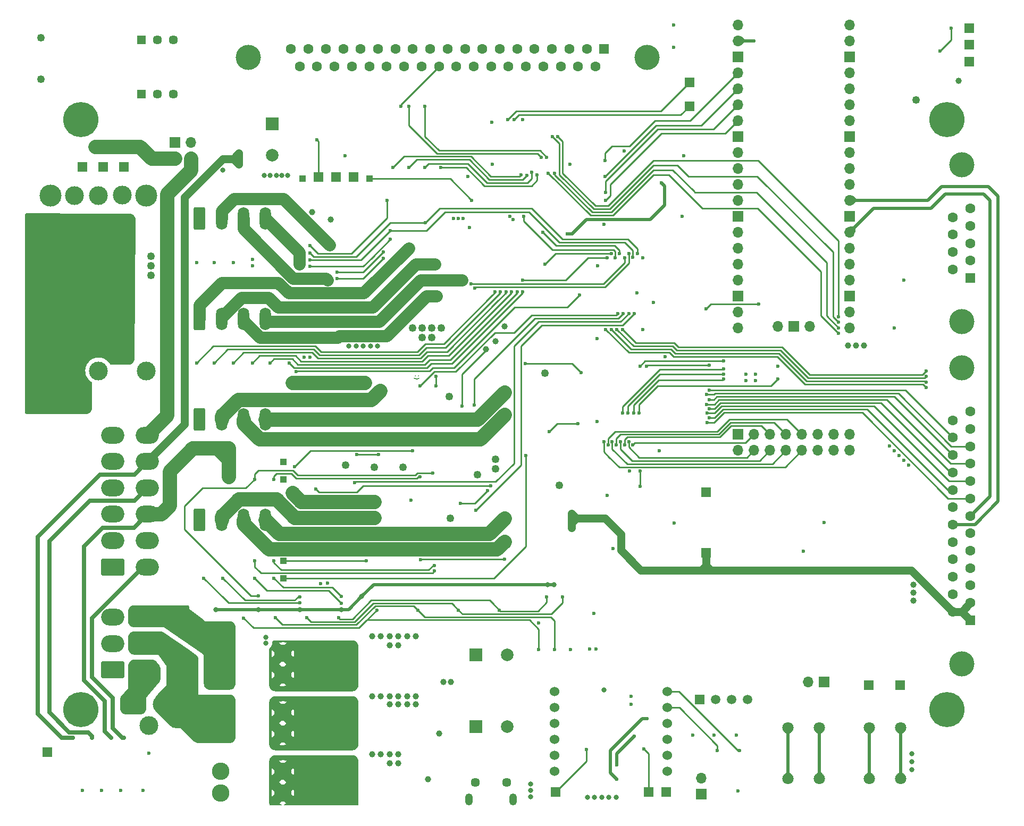
<source format=gbl>
%TF.GenerationSoftware,KiCad,Pcbnew,(6.0.1)*%
%TF.CreationDate,2023-04-18T18:32:32-04:00*%
%TF.ProjectId,Payload_PCB_v3.1,5061796c-6f61-4645-9f50-43425f76332e,rev?*%
%TF.SameCoordinates,Original*%
%TF.FileFunction,Copper,L4,Bot*%
%TF.FilePolarity,Positive*%
%FSLAX46Y46*%
G04 Gerber Fmt 4.6, Leading zero omitted, Abs format (unit mm)*
G04 Created by KiCad (PCBNEW (6.0.1)) date 2023-04-18 18:32:32*
%MOMM*%
%LPD*%
G01*
G04 APERTURE LIST*
G04 Aperture macros list*
%AMRoundRect*
0 Rectangle with rounded corners*
0 $1 Rounding radius*
0 $2 $3 $4 $5 $6 $7 $8 $9 X,Y pos of 4 corners*
0 Add a 4 corners polygon primitive as box body*
4,1,4,$2,$3,$4,$5,$6,$7,$8,$9,$2,$3,0*
0 Add four circle primitives for the rounded corners*
1,1,$1+$1,$2,$3*
1,1,$1+$1,$4,$5*
1,1,$1+$1,$6,$7*
1,1,$1+$1,$8,$9*
0 Add four rect primitives between the rounded corners*
20,1,$1+$1,$2,$3,$4,$5,0*
20,1,$1+$1,$4,$5,$6,$7,0*
20,1,$1+$1,$6,$7,$8,$9,0*
20,1,$1+$1,$8,$9,$2,$3,0*%
G04 Aperture macros list end*
%TA.AperFunction,NonConductor*%
%ADD10C,0.200000*%
%TD*%
%TA.AperFunction,NonConductor*%
%ADD11C,0.150000*%
%TD*%
%TA.AperFunction,ComponentPad*%
%ADD12R,2.000000X2.000000*%
%TD*%
%TA.AperFunction,ComponentPad*%
%ADD13C,2.000000*%
%TD*%
%TA.AperFunction,ComponentPad*%
%ADD14R,1.700000X1.700000*%
%TD*%
%TA.AperFunction,ComponentPad*%
%ADD15O,1.700000X1.700000*%
%TD*%
%TA.AperFunction,ComponentPad*%
%ADD16O,1.200000X1.900000*%
%TD*%
%TA.AperFunction,ComponentPad*%
%ADD17C,1.450000*%
%TD*%
%TA.AperFunction,ComponentPad*%
%ADD18C,1.803400*%
%TD*%
%TA.AperFunction,ComponentPad*%
%ADD19C,2.780000*%
%TD*%
%TA.AperFunction,ComponentPad*%
%ADD20R,1.500000X1.500000*%
%TD*%
%TA.AperFunction,ComponentPad*%
%ADD21R,1.000000X1.000000*%
%TD*%
%TA.AperFunction,ComponentPad*%
%ADD22RoundRect,0.250001X1.599999X-1.099999X1.599999X1.099999X-1.599999X1.099999X-1.599999X-1.099999X0*%
%TD*%
%TA.AperFunction,ComponentPad*%
%ADD23O,3.700000X2.700000*%
%TD*%
%TA.AperFunction,ComponentPad*%
%ADD24RoundRect,0.250000X-0.650000X-1.550000X0.650000X-1.550000X0.650000X1.550000X-0.650000X1.550000X0*%
%TD*%
%TA.AperFunction,ComponentPad*%
%ADD25O,1.800000X3.600000*%
%TD*%
%TA.AperFunction,ComponentPad*%
%ADD26C,4.000000*%
%TD*%
%TA.AperFunction,ComponentPad*%
%ADD27R,1.600000X1.600000*%
%TD*%
%TA.AperFunction,ComponentPad*%
%ADD28C,1.600000*%
%TD*%
%TA.AperFunction,ComponentPad*%
%ADD29R,1.448000X1.448000*%
%TD*%
%TA.AperFunction,ComponentPad*%
%ADD30C,1.448000*%
%TD*%
%TA.AperFunction,ComponentPad*%
%ADD31C,5.600000*%
%TD*%
%TA.AperFunction,ComponentPad*%
%ADD32R,1.508000X1.508000*%
%TD*%
%TA.AperFunction,ComponentPad*%
%ADD33C,1.508000*%
%TD*%
%TA.AperFunction,ComponentPad*%
%ADD34C,1.524000*%
%TD*%
%TA.AperFunction,ComponentPad*%
%ADD35C,3.000000*%
%TD*%
%TA.AperFunction,ComponentPad*%
%ADD36C,3.500000*%
%TD*%
%TA.AperFunction,ViaPad*%
%ADD37C,1.250000*%
%TD*%
%TA.AperFunction,ViaPad*%
%ADD38C,0.600000*%
%TD*%
%TA.AperFunction,ViaPad*%
%ADD39C,1.000000*%
%TD*%
%TA.AperFunction,ViaPad*%
%ADD40C,0.800000*%
%TD*%
%TA.AperFunction,Conductor*%
%ADD41C,1.270000*%
%TD*%
%TA.AperFunction,Conductor*%
%ADD42C,0.500000*%
%TD*%
%TA.AperFunction,Conductor*%
%ADD43C,0.635000*%
%TD*%
%TA.AperFunction,Conductor*%
%ADD44C,0.254000*%
%TD*%
%TA.AperFunction,Conductor*%
%ADD45C,2.250000*%
%TD*%
%TA.AperFunction,Conductor*%
%ADD46C,1.905000*%
%TD*%
G04 APERTURE END LIST*
D10*
X121595796Y-92456000D02*
G75*
G03*
X121595796Y-92456000I-56796J0D01*
G01*
D11*
X121412000Y-92875918D02*
G75*
G03*
X122174000Y-92875918I381000J359663D01*
G01*
D10*
X122103796Y-92456000D02*
G75*
G03*
X122103796Y-92456000I-56796J0D01*
G01*
D12*
%TO.P,C6,1*%
%TO.N,/+40V*%
X131236323Y-148336000D03*
D13*
%TO.P,C6,2*%
%TO.N,GND*%
X136236323Y-148336000D03*
%TD*%
D14*
%TO.P,J9,1,Pin_1*%
%TO.N,GND*%
X172989000Y-101834000D03*
D15*
%TO.P,J9,2,Pin_2*%
X172989000Y-104374000D03*
%TO.P,J9,3,Pin_3*%
%TO.N,Net-(J9-Pad3)*%
X175529000Y-101834000D03*
%TO.P,J9,4,Pin_4*%
%TO.N,Net-(J9-Pad4)*%
X175529000Y-104374000D03*
%TO.P,J9,5,Pin_5*%
%TO.N,Net-(J9-Pad5)*%
X178069000Y-101834000D03*
%TO.P,J9,6,Pin_6*%
%TO.N,Net-(J9-Pad6)*%
X178069000Y-104374000D03*
%TO.P,J9,7,Pin_7*%
%TO.N,Net-(J9-Pad7)*%
X180609000Y-101834000D03*
%TO.P,J9,8,Pin_8*%
%TO.N,Net-(J9-Pad8)*%
X180609000Y-104374000D03*
%TO.P,J9,9,Pin_9*%
%TO.N,Net-(J9-Pad9)*%
X183149000Y-101834000D03*
%TO.P,J9,10,Pin_10*%
%TO.N,Net-(J9-Pad10)*%
X183149000Y-104374000D03*
%TO.P,J9,11,Pin_11*%
%TO.N,/Extra_PWM_6*%
X185689000Y-101834000D03*
%TO.P,J9,12,Pin_12*%
%TO.N,/Extra_PWM_5*%
X185689000Y-104374000D03*
%TO.P,J9,13,Pin_13*%
%TO.N,/Extra_PWM_4*%
X188229000Y-101834000D03*
%TO.P,J9,14,Pin_14*%
%TO.N,/Extra_PWM_3*%
X188229000Y-104374000D03*
%TO.P,J9,15,Pin_15*%
%TO.N,+3V3*%
X190769000Y-101834000D03*
%TO.P,J9,16,Pin_16*%
X190769000Y-104374000D03*
%TD*%
D16*
%TO.P,J18,6,Shield*%
%TO.N,GND*%
X130104000Y-159987500D03*
D17*
X131104000Y-157287500D03*
X136104000Y-157287500D03*
D16*
X137104000Y-159987500D03*
%TD*%
D18*
%TO.P,J14,1,Pin_1*%
%TO.N,/CAN_H*%
X180903124Y-148501901D03*
%TO.P,J14,2,Pin_2*%
X180903124Y-156701900D03*
%TO.P,J14,3,Pin_3*%
%TO.N,/CAN_L*%
X185903124Y-148501901D03*
%TO.P,J14,4,Pin_4*%
X185903124Y-156701900D03*
%TD*%
D19*
%TO.P,F1,1*%
%TO.N,/+12V_F*%
X90544000Y-136730000D03*
X90544000Y-140130000D03*
%TO.P,F1,2*%
%TO.N,Net-(F1-Pad2)*%
X100464000Y-136730000D03*
X100464000Y-140130000D03*
%TD*%
D20*
%TO.P,TP49,1,1*%
%TO.N,Net-(C20-Pad1)*%
X209804000Y-37084000D03*
%TD*%
D21*
%TO.P,TP26,1,1*%
%TO.N,+12V*%
X100584000Y-124714000D03*
%TD*%
D20*
%TO.P,TP23,1,1*%
%TO.N,/+Vsel*%
X106172000Y-60833000D03*
%TD*%
D22*
%TO.P,J2,1,Pin_1*%
%TO.N,GND*%
X73406000Y-122936000D03*
D23*
%TO.P,J2,2,Pin_2*%
X73406000Y-118736000D03*
%TO.P,J2,3,Pin_3*%
X73406000Y-114536000D03*
%TO.P,J2,4,Pin_4*%
X73406000Y-110336000D03*
%TO.P,J2,5,Pin_5*%
X73406000Y-106136000D03*
%TO.P,J2,6,Pin_6*%
X73406000Y-101936000D03*
%TO.P,J2,7,Pin_7*%
%TO.N,/+40V*%
X78906000Y-122936000D03*
%TO.P,J2,8,Pin_8*%
%TO.N,+12V*%
X78906000Y-118736000D03*
%TO.P,J2,9,Pin_9*%
X78906000Y-114536000D03*
%TO.P,J2,10,Pin_10*%
%TO.N,+5V*%
X78906000Y-110336000D03*
%TO.P,J2,11,Pin_11*%
%TO.N,+3V3*%
X78906000Y-106136000D03*
%TO.P,J2,12,Pin_12*%
%TO.N,/+Vsel*%
X78906000Y-101936000D03*
%TD*%
D24*
%TO.P,J8,1,Pin_1*%
%TO.N,/H3+*%
X87200000Y-115450000D03*
D25*
%TO.P,J8,2,Pin_2*%
%TO.N,/H3-*%
X90700000Y-115450000D03*
%TO.P,J8,3,Pin_3*%
%TO.N,/H4+*%
X94200000Y-115450000D03*
%TO.P,J8,4,Pin_4*%
%TO.N,/H4-*%
X97700000Y-115450000D03*
%TD*%
D20*
%TO.P,TP52,1,1*%
%TO.N,/VCC_USB*%
X161544000Y-158750000D03*
%TD*%
%TO.P,TP38,1,1*%
%TO.N,/I2C0_SCL*%
X165227000Y-49530000D03*
%TD*%
D26*
%TO.P,J11,0,PAD*%
%TO.N,GND*%
X208558331Y-91263000D03*
X208558331Y-138363000D03*
D27*
%TO.P,J11,1,1*%
%TO.N,+5V*%
X209978331Y-131433000D03*
D28*
%TO.P,J11,2,2*%
X209978331Y-128663000D03*
%TO.P,J11,3,3*%
%TO.N,/Payload_S4*%
X209978331Y-125893000D03*
%TO.P,J11,4,4*%
%TO.N,/Payload_S3*%
X209978331Y-123123000D03*
%TO.P,J11,5,5*%
%TO.N,/Payload_S2*%
X209978331Y-120353000D03*
%TO.P,J11,6,6*%
%TO.N,/Payload_S1*%
X209978331Y-117583000D03*
%TO.P,J11,7,7*%
%TO.N,/GP21*%
X209978331Y-114813000D03*
%TO.P,J11,8,8*%
%TO.N,/Extra_IO_8*%
X209978331Y-112043000D03*
%TO.P,J11,9,9*%
%TO.N,/Extra_IO_6*%
X209978331Y-109273000D03*
%TO.P,J11,10,10*%
%TO.N,/Extra_IO_4*%
X209978331Y-106503000D03*
%TO.P,J11,11,11*%
%TO.N,/Extra_IO_2*%
X209978331Y-103733000D03*
%TO.P,J11,12,12*%
%TO.N,GND*%
X209978331Y-100963000D03*
%TO.P,J11,13,13*%
X209978331Y-98193000D03*
%TO.P,J11,14,P14*%
%TO.N,+5V*%
X207138331Y-130048000D03*
%TO.P,J11,15,P15*%
%TO.N,+3V3*%
X207138331Y-127278000D03*
%TO.P,J11,16,P16*%
%TO.N,GND*%
X207138331Y-124508000D03*
%TO.P,J11,17,P17*%
X207138331Y-121738000D03*
%TO.P,J11,18,P18*%
X207138331Y-118968000D03*
%TO.P,J11,19,P19*%
%TO.N,/GP22*%
X207138331Y-116198000D03*
%TO.P,J11,20,P20*%
%TO.N,unconnected-(J11-Pad20)*%
X207138331Y-113428000D03*
%TO.P,J11,21,P21*%
%TO.N,/Extra_IO_7*%
X207138331Y-110658000D03*
%TO.P,J11,22,P22*%
%TO.N,/Extra_IO_5*%
X207138331Y-107888000D03*
%TO.P,J11,23,P23*%
%TO.N,/Extra_IO_3*%
X207138331Y-105118000D03*
%TO.P,J11,24,P24*%
%TO.N,/Extra_IO_1*%
X207138331Y-102348000D03*
%TO.P,J11,25,P25*%
%TO.N,GND*%
X207138331Y-99578000D03*
%TD*%
D29*
%TO.P,U12,1,Vin*%
%TO.N,+12V*%
X77978000Y-47612000D03*
D30*
%TO.P,U12,2,Gnd*%
%TO.N,GND*%
X80518000Y-47612000D03*
%TO.P,U12,3,Vout*%
%TO.N,+5V*%
X83058000Y-47612000D03*
%TD*%
D21*
%TO.P,TP3,1,1*%
%TO.N,+12V*%
X100584000Y-106172000D03*
%TD*%
D20*
%TO.P,TP54,1,1*%
%TO.N,/VDD_3V3*%
X143891000Y-158750000D03*
%TD*%
D19*
%TO.P,F2,1*%
%TO.N,/+40V_F*%
X90544000Y-146128000D03*
X90544000Y-149528000D03*
%TO.P,F2,2*%
%TO.N,Net-(F2-Pad2)*%
X100464000Y-146128000D03*
X100464000Y-149528000D03*
%TD*%
D29*
%TO.P,U9,1,Vin*%
%TO.N,+12V*%
X77978000Y-38976000D03*
D30*
%TO.P,U9,2,Gnd*%
%TO.N,GND*%
X80518000Y-38976000D03*
%TO.P,U9,3,Vout*%
%TO.N,+3V3*%
X83058000Y-38976000D03*
%TD*%
D31*
%TO.P,H1,1,1*%
%TO.N,GND*%
X68326000Y-51689000D03*
%TD*%
D12*
%TO.P,C25,1*%
%TO.N,/+Vsel*%
X98806000Y-52369323D03*
D13*
%TO.P,C25,2*%
%TO.N,GND*%
X98806000Y-57369323D03*
%TD*%
D32*
%TO.P,U21,1,-VIN*%
%TO.N,GND*%
X166878000Y-144086000D03*
D33*
%TO.P,U21,2,+VIN*%
%TO.N,/VCC_USB*%
X169418000Y-144086000D03*
%TO.P,U21,3,-VOUT*%
%TO.N,GND*%
X171958000Y-144086000D03*
%TO.P,U21,4,+VOUT*%
%TO.N,/COLD_VDD*%
X174498000Y-144086000D03*
%TD*%
D20*
%TO.P,TP56,1,1*%
%TO.N,/CAN_L*%
X198755000Y-141732000D03*
%TD*%
%TO.P,TP48,1,1*%
%TO.N,Net-(Q4-Pad1)*%
X209804000Y-39751000D03*
%TD*%
%TO.P,TP32,1,1*%
%TO.N,+5V*%
X111760000Y-60833000D03*
%TD*%
D14*
%TO.P,J16,1,Pin_1*%
%TO.N,/CAN_L*%
X167132000Y-159136000D03*
D15*
%TO.P,J16,2,Pin_2*%
%TO.N,Net-(J16-Pad2)*%
X167132000Y-156596000D03*
%TD*%
D31*
%TO.P,H2,1,1*%
%TO.N,GND*%
X206248000Y-51689000D03*
%TD*%
D20*
%TO.P,TP50,1,1*%
%TO.N,+3V3*%
X167894000Y-110998000D03*
%TD*%
%TO.P,TP51,1,1*%
%TO.N,+5V*%
X167894000Y-120650000D03*
%TD*%
D21*
%TO.P,TP4,1,1*%
%TO.N,+12V*%
X100584000Y-121920000D03*
%TD*%
D20*
%TO.P,TP55,1,1*%
%TO.N,/CAN_H*%
X193802000Y-141732000D03*
%TD*%
D24*
%TO.P,J5,1,Pin_1*%
%TO.N,/L1+*%
X87200000Y-67450000D03*
D25*
%TO.P,J5,2,Pin_2*%
%TO.N,/L1-*%
X90700000Y-67450000D03*
%TO.P,J5,3,Pin_3*%
%TO.N,/L2+*%
X94200000Y-67450000D03*
%TO.P,J5,4,Pin_4*%
%TO.N,/L2-*%
X97700000Y-67450000D03*
%TD*%
D21*
%TO.P,TP2,1,1*%
%TO.N,+12V*%
X103632000Y-61087000D03*
%TD*%
D24*
%TO.P,J7,1,Pin_1*%
%TO.N,/H1+*%
X87200000Y-99450000D03*
D25*
%TO.P,J7,2,Pin_2*%
%TO.N,/H1-*%
X90700000Y-99450000D03*
%TO.P,J7,3,Pin_3*%
%TO.N,/H2+*%
X94200000Y-99450000D03*
%TO.P,J7,4,Pin_4*%
%TO.N,/H2-*%
X97700000Y-99450000D03*
%TD*%
D20*
%TO.P,TP5,1,1*%
%TO.N,/+Vmisc*%
X75184000Y-59182000D03*
%TD*%
D34*
%TO.P,J13,1,Pin_1*%
%TO.N,/CAN_RX_USB*%
X161705748Y-155521500D03*
%TO.P,J13,2,Pin_2*%
%TO.N,/CAN_TX_USB*%
X161705748Y-152981500D03*
%TO.P,J13,3,Pin_3*%
%TO.N,GND*%
X161705748Y-150441500D03*
%TO.P,J13,4,Pin_4*%
%TO.N,unconnected-(J13-Pad4)*%
X161705748Y-147901500D03*
%TO.P,J13,5,Pin_5*%
%TO.N,/LED_TX*%
X161705748Y-145361500D03*
%TO.P,J13,6,Pin_6*%
%TO.N,/LED_RX*%
X161705748Y-142821500D03*
%TO.P,J13,7,Pin_7*%
%TO.N,/VCC_USB*%
X143705749Y-142821500D03*
%TO.P,J13,8,Pin_8*%
%TO.N,unconnected-(J13-Pad8)*%
X143705749Y-145361500D03*
%TO.P,J13,9,Pin_9*%
%TO.N,/USB_DM*%
X143705749Y-147901500D03*
%TO.P,J13,10,Pin_10*%
%TO.N,/USB_DP*%
X143705749Y-150441500D03*
%TO.P,J13,11,Pin_11*%
%TO.N,GND*%
X143705749Y-152981500D03*
%TO.P,J13,12,Pin_12*%
X143705749Y-155521500D03*
%TD*%
D21*
%TO.P,TP25,1,1*%
%TO.N,+12V*%
X100584000Y-108966000D03*
%TD*%
D35*
%TO.P,J3,1,Pin_1*%
%TO.N,Net-(J1-Pad4)*%
X76962000Y-144780000D03*
%TO.P,J3,2,Pin_2*%
%TO.N,/+Vmisc_F*%
X79121000Y-148209000D03*
%TO.P,J3,3,Pin_3*%
%TO.N,/+40V_F*%
X81280000Y-144780000D03*
%TD*%
D19*
%TO.P,F3,1*%
%TO.N,/+Vmisc_F*%
X90544000Y-158926000D03*
X90544000Y-155526000D03*
%TO.P,F3,2*%
%TO.N,Net-(F3-Pad2)*%
X100464000Y-158926000D03*
X100464000Y-155526000D03*
%TD*%
D15*
%TO.P,U14,1,GPIO0*%
%TO.N,/I2C0_SDA*%
X172974000Y-36576000D03*
%TO.P,U14,2,GPIO1*%
%TO.N,/I2C0_SCL*%
X172974000Y-39116000D03*
D14*
%TO.P,U14,3,GND*%
%TO.N,GND*%
X172974000Y-41656000D03*
D15*
%TO.P,U14,4,GPIO2*%
%TO.N,/Servo1*%
X172974000Y-44196000D03*
%TO.P,U14,5,GPIO3*%
%TO.N,/Servo2*%
X172974000Y-46736000D03*
%TO.P,U14,6,GPIO4*%
%TO.N,/Servo3*%
X172974000Y-49276000D03*
%TO.P,U14,7,GPIO5*%
%TO.N,/Servo4*%
X172974000Y-51816000D03*
D14*
%TO.P,U14,8,GND*%
%TO.N,GND*%
X172974000Y-54356000D03*
D15*
%TO.P,U14,9,GPIO6*%
%TO.N,/Servo5*%
X172974000Y-56896000D03*
%TO.P,U14,10,GPIO7*%
%TO.N,/Servo6*%
X172974000Y-59436000D03*
%TO.P,U14,11,GPIO8*%
%TO.N,/L1_PWM*%
X172974000Y-61976000D03*
%TO.P,U14,12,GPIO9*%
%TO.N,/L2_PWM*%
X172974000Y-64516000D03*
D14*
%TO.P,U14,13,GND*%
%TO.N,GND*%
X172974000Y-67056000D03*
D15*
%TO.P,U14,14,GPIO10*%
%TO.N,/L3_PWM*%
X172974000Y-69596000D03*
%TO.P,U14,15,GPIO11*%
%TO.N,/L4_PWM*%
X172974000Y-72136000D03*
%TO.P,U14,16,GPIO12*%
%TO.N,/H1_PWM*%
X172974000Y-74676000D03*
%TO.P,U14,17,GPIO13*%
%TO.N,/H2_PWM*%
X172974000Y-77216000D03*
D14*
%TO.P,U14,18,GND*%
%TO.N,GND*%
X172974000Y-79756000D03*
D15*
%TO.P,U14,19,GPIO14*%
%TO.N,/H3_PWM*%
X172974000Y-82296000D03*
%TO.P,U14,20,GPIO15*%
%TO.N,/H4_PWM*%
X172974000Y-84836000D03*
%TO.P,U14,21,GPIO16*%
%TO.N,/SPI0_RX*%
X190754000Y-84836000D03*
%TO.P,U14,22,GPIO17*%
%TO.N,/SPI0_CSn*%
X190754000Y-82296000D03*
D14*
%TO.P,U14,23,GND*%
%TO.N,GND*%
X190754000Y-79756000D03*
D15*
%TO.P,U14,24,GPIO18*%
%TO.N,/SPI0_SCK*%
X190754000Y-77216000D03*
%TO.P,U14,25,GPIO19*%
%TO.N,/SPI0_TX*%
X190754000Y-74676000D03*
%TO.P,U14,26,GPIO20*%
%TO.N,/INT*%
X190754000Y-72136000D03*
%TO.P,U14,27,GPIO21*%
%TO.N,/GP21*%
X190754000Y-69596000D03*
D14*
%TO.P,U14,28,GND*%
%TO.N,GND*%
X190754000Y-67056000D03*
D15*
%TO.P,U14,29,GPIO22*%
%TO.N,/GP22*%
X190754000Y-64516000D03*
%TO.P,U14,30,RUN*%
%TO.N,unconnected-(U14-Pad30)*%
X190754000Y-61976000D03*
%TO.P,U14,31,GPIO26_ADC0*%
%TO.N,/GP26*%
X190754000Y-59436000D03*
%TO.P,U14,32,GPIO27_ADC1*%
%TO.N,/GP27*%
X190754000Y-56896000D03*
D14*
%TO.P,U14,33,AGND*%
%TO.N,unconnected-(U14-Pad33)*%
X190754000Y-54356000D03*
D15*
%TO.P,U14,34,GPIO28_ADC2*%
%TO.N,/GP28*%
X190754000Y-51816000D03*
%TO.P,U14,35,ADC_VREF*%
%TO.N,unconnected-(U14-Pad35)*%
X190754000Y-49276000D03*
%TO.P,U14,36,3V3*%
%TO.N,unconnected-(U14-Pad36)*%
X190754000Y-46736000D03*
%TO.P,U14,37,3V3_EN*%
%TO.N,unconnected-(U14-Pad37)*%
X190754000Y-44196000D03*
D14*
%TO.P,U14,38,GND*%
%TO.N,GND*%
X190754000Y-41656000D03*
D15*
%TO.P,U14,39,VSYS*%
%TO.N,Net-(C20-Pad1)*%
X190754000Y-39116000D03*
%TO.P,U14,40,VBUS*%
%TO.N,Net-(Q4-Pad1)*%
X190754000Y-36576000D03*
%TO.P,U14,41,SWCLK*%
%TO.N,unconnected-(U14-Pad41)*%
X179324000Y-84606000D03*
D14*
%TO.P,U14,42,GND*%
%TO.N,GND*%
X181864000Y-84606000D03*
D15*
%TO.P,U14,43,SWDIO*%
%TO.N,unconnected-(U14-Pad43)*%
X184404000Y-84606000D03*
%TD*%
D31*
%TO.P,H4,1,1*%
%TO.N,GND*%
X206248000Y-145669000D03*
%TD*%
%TO.P,H3,1,1*%
%TO.N,GND*%
X68326000Y-145669000D03*
%TD*%
D35*
%TO.P,U11,1,+Vin*%
%TO.N,/+40V*%
X63500000Y-91694000D03*
%TO.P,U11,2,CTRL*%
%TO.N,GND*%
X71120000Y-91694000D03*
%TO.P,U11,3,-Vin*%
X78740000Y-91694000D03*
D36*
%TO.P,U11,4,-Vout*%
X78740000Y-63754000D03*
D35*
%TO.P,U11,5,Sense-*%
X74930000Y-63728600D03*
%TO.P,U11,6,Trim*%
%TO.N,unconnected-(U11-Pad6)*%
X71120000Y-63754000D03*
%TO.P,U11,7,Sense+*%
%TO.N,/+12V_F*%
X67310000Y-63754000D03*
D36*
%TO.P,U11,8,Vout+*%
X63500000Y-63754000D03*
%TD*%
D20*
%TO.P,TP29,1,1*%
%TO.N,/+40V*%
X71882000Y-59182000D03*
%TD*%
D22*
%TO.P,J1,1,Pin_1*%
%TO.N,GND*%
X73379000Y-139328000D03*
D23*
%TO.P,J1,2,Pin_2*%
X73379000Y-135128000D03*
%TO.P,J1,3,Pin_3*%
X73379000Y-130928000D03*
%TO.P,J1,4,Pin_4*%
%TO.N,Net-(J1-Pad4)*%
X78879000Y-139328000D03*
%TO.P,J1,5,Pin_5*%
%TO.N,/+40V_F*%
X78879000Y-135128000D03*
%TO.P,J1,6,Pin_6*%
%TO.N,/+12V_F*%
X78879000Y-130928000D03*
%TD*%
D12*
%TO.P,C9,1*%
%TO.N,+12V*%
X131236323Y-136906000D03*
D13*
%TO.P,C9,2*%
%TO.N,GND*%
X136236323Y-136906000D03*
%TD*%
D26*
%TO.P,J12,0,PAD*%
%TO.N,GND*%
X158458000Y-41806000D03*
X94958000Y-41806000D03*
D27*
%TO.P,J12,1,1*%
X151638000Y-40386000D03*
D28*
%TO.P,J12,2,2*%
X148868000Y-40386000D03*
%TO.P,J12,3,3*%
X146098000Y-40386000D03*
%TO.P,J12,4,4*%
X143328000Y-40386000D03*
%TO.P,J12,5,5*%
X140558000Y-40386000D03*
%TO.P,J12,6,6*%
X137788000Y-40386000D03*
%TO.P,J12,7,7*%
%TO.N,/Servo1_L*%
X135018000Y-40386000D03*
%TO.P,J12,8,8*%
%TO.N,/Servo3_L*%
X132248000Y-40386000D03*
%TO.P,J12,9,9*%
%TO.N,/Servo5_L*%
X129478000Y-40386000D03*
%TO.P,J12,10,10*%
%TO.N,unconnected-(J12-Pad10)*%
X126708000Y-40386000D03*
%TO.P,J12,11,11*%
%TO.N,/Servo8_L*%
X123938000Y-40386000D03*
%TO.P,J12,12,12*%
%TO.N,/Servo10_L*%
X121168000Y-40386000D03*
%TO.P,J12,13,13*%
%TO.N,/Servo12_L*%
X118398000Y-40386000D03*
%TO.P,J12,14,14*%
%TO.N,/+Vsel*%
X115628000Y-40386000D03*
%TO.P,J12,15,15*%
X112858000Y-40386000D03*
%TO.P,J12,16,16*%
X110088000Y-40386000D03*
%TO.P,J12,17,17*%
X107318000Y-40386000D03*
%TO.P,J12,18,18*%
X104548000Y-40386000D03*
%TO.P,J12,19,19*%
X101778000Y-40386000D03*
%TO.P,J12,20,20*%
%TO.N,GND*%
X150253000Y-43226000D03*
%TO.P,J12,21,21*%
X147483000Y-43226000D03*
%TO.P,J12,22,22*%
X144713000Y-43226000D03*
%TO.P,J12,23,23*%
X141943000Y-43226000D03*
%TO.P,J12,24,24*%
X139173000Y-43226000D03*
%TO.P,J12,25,25*%
X136403000Y-43226000D03*
%TO.P,J12,26,26*%
%TO.N,/Servo2_L*%
X133633000Y-43226000D03*
%TO.P,J12,27,27*%
%TO.N,/Servo4_L*%
X130863000Y-43226000D03*
%TO.P,J12,28,28*%
%TO.N,/Servo6_L*%
X128093000Y-43226000D03*
%TO.P,J12,29,29*%
%TO.N,/Servo7_L*%
X125323000Y-43226000D03*
%TO.P,J12,30,30*%
%TO.N,/Servo9_L*%
X122553000Y-43226000D03*
%TO.P,J12,31,31*%
%TO.N,/Servo11_L*%
X119783000Y-43226000D03*
%TO.P,J12,32,32*%
%TO.N,/+Vsel*%
X117013000Y-43226000D03*
%TO.P,J12,33,33*%
X114243000Y-43226000D03*
%TO.P,J12,34,34*%
X111473000Y-43226000D03*
%TO.P,J12,35,35*%
X108703000Y-43226000D03*
%TO.P,J12,36,36*%
X105933000Y-43226000D03*
%TO.P,J12,37,37*%
X103163000Y-43226000D03*
%TD*%
D20*
%TO.P,TP1,1,1*%
%TO.N,GND*%
X62992000Y-152400000D03*
%TD*%
%TO.P,TP37,1,1*%
%TO.N,/I2C0_SDA*%
X165227000Y-45720000D03*
%TD*%
D18*
%TO.P,J15,1,Pin_1*%
%TO.N,/CAN_H*%
X193857124Y-148501901D03*
%TO.P,J15,2,Pin_2*%
X193857124Y-156701900D03*
%TO.P,J15,3,Pin_3*%
%TO.N,/CAN_L*%
X198857124Y-148501901D03*
%TO.P,J15,4,Pin_4*%
X198857124Y-156701900D03*
%TD*%
D21*
%TO.P,TP24,1,1*%
%TO.N,+12V*%
X114300000Y-61087000D03*
%TD*%
D24*
%TO.P,J6,1,Pin_1*%
%TO.N,/L3+*%
X87200000Y-83450000D03*
D25*
%TO.P,J6,2,Pin_2*%
%TO.N,/L3-*%
X90700000Y-83450000D03*
%TO.P,J6,3,Pin_3*%
%TO.N,/L4+*%
X94200000Y-83450000D03*
%TO.P,J6,4,Pin_4*%
%TO.N,/L4-*%
X97700000Y-83450000D03*
%TD*%
D14*
%TO.P,J4,1,Pin_1*%
%TO.N,+5V*%
X83302000Y-55327000D03*
D15*
%TO.P,J4,2,Pin_2*%
%TO.N,/+Vsel*%
X85842000Y-55327000D03*
%TO.P,J4,3,Pin_3*%
%TO.N,/+Vmisc*%
X83302000Y-57867000D03*
%TO.P,J4,4,Pin_4*%
%TO.N,/+Vsel*%
X85842000Y-57867000D03*
%TD*%
D20*
%TO.P,TP31,1,1*%
%TO.N,/+12V_F*%
X68580000Y-59182000D03*
%TD*%
%TO.P,TP30,1,1*%
%TO.N,+3V3*%
X108966000Y-60833000D03*
%TD*%
D26*
%TO.P,J10,0,PAD*%
%TO.N,GND*%
X208558331Y-83884000D03*
X208558331Y-58884000D03*
D27*
%TO.P,J10,1,1*%
%TO.N,+3V3*%
X209978331Y-76924000D03*
D28*
%TO.P,J10,2,2*%
X209978331Y-74154000D03*
%TO.P,J10,3,3*%
%TO.N,/GP27*%
X209978331Y-71384000D03*
%TO.P,J10,4,4*%
%TO.N,GND*%
X209978331Y-68614000D03*
%TO.P,J10,5,5*%
X209978331Y-65844000D03*
%TO.P,J10,6,6*%
%TO.N,+3V3*%
X207138331Y-75539000D03*
%TO.P,J10,7,7*%
%TO.N,/GP26*%
X207138331Y-72769000D03*
%TO.P,J10,8,8*%
%TO.N,/GP28*%
X207138331Y-69999000D03*
%TO.P,J10,9,9*%
%TO.N,GND*%
X207138331Y-67229000D03*
%TD*%
D14*
%TO.P,J17,1,Pin_1*%
%TO.N,/CAN_L*%
X186690000Y-141224000D03*
D15*
%TO.P,J17,2,Pin_2*%
%TO.N,Net-(J17-Pad2)*%
X184150000Y-141224000D03*
%TD*%
D20*
%TO.P,TP47,1,1*%
%TO.N,+3V3*%
X209804000Y-42418000D03*
%TD*%
%TO.P,TP53,1,1*%
%TO.N,/COLD_VDD*%
X158750000Y-158750000D03*
%TD*%
D37*
%TO.N,GND*%
X127127000Y-115189000D03*
D38*
X104775000Y-89535000D03*
X146304000Y-136067800D03*
X151638000Y-68326000D03*
X74676000Y-158521400D03*
D39*
X123571000Y-156743400D03*
D38*
X110363000Y-57404000D03*
X133858000Y-58801000D03*
D39*
X127254000Y-141274800D03*
D38*
X150563500Y-74930000D03*
X130175000Y-68834000D03*
D37*
X142240000Y-92075000D03*
D38*
X120904000Y-112268000D03*
X146177000Y-58801000D03*
X129921000Y-60706000D03*
D39*
X135763000Y-84582000D03*
D37*
X201295000Y-48514000D03*
D38*
X78232000Y-158521400D03*
D37*
X144526000Y-109931200D03*
X110490000Y-106680000D03*
D39*
X108077000Y-67564000D03*
D37*
X124206000Y-84836000D03*
D38*
X156845000Y-79248000D03*
X141224000Y-131826000D03*
D37*
X127000000Y-95758000D03*
D38*
X183388000Y-120396000D03*
X150538750Y-99763500D03*
X68580000Y-158521400D03*
X152146000Y-111506000D03*
X175768000Y-92202000D03*
X138684000Y-51689000D03*
X71628000Y-158521400D03*
X155956000Y-143510000D03*
X155956000Y-144780000D03*
D40*
X151257000Y-159639000D03*
D39*
X125349000Y-149479000D03*
X126034800Y-141274800D03*
D40*
X148971000Y-159639000D03*
D39*
X208064500Y-45504500D03*
D38*
X172974000Y-158648400D03*
X169164000Y-149758400D03*
D37*
X122682000Y-84836000D03*
D40*
X153543000Y-159639000D03*
D37*
X131445000Y-108204000D03*
D38*
X157810200Y-73660000D03*
D40*
X151638000Y-142494000D03*
D38*
X174244000Y-93218000D03*
D40*
X90932000Y-59690000D03*
D38*
X155702000Y-107687500D03*
X154813000Y-56642000D03*
X165709600Y-149758400D03*
D40*
X97790000Y-134112000D03*
D38*
X103886000Y-89543500D03*
X162814000Y-115951000D03*
D40*
X97790000Y-135051800D03*
D37*
X122682000Y-86360000D03*
D38*
X150538750Y-86555500D03*
X157784800Y-85090000D03*
X186690000Y-115824000D03*
D40*
X150114000Y-159639000D03*
D37*
X61976000Y-45212000D03*
D40*
X152400000Y-159639000D03*
D37*
X125730000Y-84836000D03*
X61976000Y-38608000D03*
D38*
X150037800Y-130327400D03*
X153035000Y-120015000D03*
X164338000Y-57446011D03*
X164084000Y-67056000D03*
X175768000Y-93218000D03*
X172720000Y-149758400D03*
X174244000Y-92202000D03*
D37*
X121158000Y-84836000D03*
X124206000Y-86360000D03*
D38*
%TO.N,+5V*%
X146431000Y-115951000D03*
X146431000Y-114427000D03*
X154305000Y-120015000D03*
X145745200Y-69850000D03*
D40*
X101219000Y-60579000D03*
X97536000Y-60553600D03*
D38*
X160782000Y-61722000D03*
D37*
X79502000Y-74930000D03*
D38*
X146507200Y-69850000D03*
D40*
X98450400Y-60553600D03*
D38*
X70104000Y-150114000D03*
D37*
X79502000Y-76454000D03*
X79502000Y-73406000D03*
D38*
X146431000Y-115189000D03*
D40*
X99415600Y-60553600D03*
D38*
X146431000Y-116713000D03*
D40*
X100330000Y-60579000D03*
D38*
%TO.N,Net-(C15-Pad1)*%
X94234000Y-131064000D03*
X115443000Y-129794000D03*
X141224000Y-136067800D03*
D39*
%TO.N,/+40V*%
X116078000Y-143510000D03*
X73660000Y-80899000D03*
X74803000Y-82042000D03*
X121666000Y-143510000D03*
D38*
X75184000Y-150114000D03*
D39*
X117475000Y-143510000D03*
X118872000Y-144780000D03*
X118872000Y-143510000D03*
X120269000Y-143510000D03*
X73660000Y-79756000D03*
X73660000Y-82042000D03*
X74803000Y-79756000D03*
X114681000Y-143510000D03*
X74803000Y-80899000D03*
X117475000Y-144780000D03*
X120269000Y-144780000D03*
X121666000Y-144780000D03*
D38*
%TO.N,/+Vsel*%
X105918000Y-54864000D03*
D39*
%TO.N,+12V*%
X114681000Y-133985000D03*
D37*
X134366000Y-105791000D03*
D39*
X132842000Y-88265000D03*
X91821000Y-106299000D03*
X120269000Y-133985000D03*
X91821000Y-105156000D03*
D37*
X115062000Y-107061000D03*
D40*
X115570000Y-87757000D03*
D38*
X129032000Y-97282000D03*
D39*
X121666000Y-133985000D03*
X91821000Y-107442000D03*
D40*
X110998000Y-87757000D03*
D37*
X134366000Y-107315000D03*
D40*
X114427000Y-87757000D03*
D38*
X73152000Y-150114000D03*
D39*
X117475000Y-135382000D03*
D38*
X121158000Y-104394000D03*
X139192000Y-105156000D03*
D40*
X112141000Y-87757000D03*
D39*
X91821000Y-104013000D03*
D38*
X102362000Y-106934000D03*
D39*
X118872000Y-133985000D03*
X116078000Y-133985000D03*
X118872000Y-135382000D03*
D40*
X113284000Y-87757000D03*
D37*
X119634000Y-107061000D03*
D38*
X130556000Y-64516000D03*
D39*
X91821000Y-108585000D03*
X134366000Y-86995000D03*
D38*
X113792000Y-121920000D03*
D39*
X117475000Y-133985000D03*
D40*
%TO.N,/VCC_USB*%
X139954000Y-159512000D03*
X139954000Y-157480000D03*
X139954000Y-158496000D03*
D37*
%TO.N,/+Vmisc*%
X75565000Y-56007000D03*
D39*
X117475000Y-154178000D03*
D38*
X79171800Y-152628600D03*
D37*
X73914000Y-56007000D03*
X72263000Y-56007000D03*
D39*
X116078000Y-152781000D03*
X114681000Y-152781000D03*
X118872000Y-152781000D03*
X118872000Y-154178000D03*
D37*
X70612000Y-56007000D03*
D39*
X117475000Y-152781000D03*
%TO.N,+3V3*%
X200914000Y-127000000D03*
D38*
X136652000Y-67056000D03*
D40*
X142621000Y-125730000D03*
D38*
X129159000Y-67437000D03*
X67056000Y-150114000D03*
D40*
X200660000Y-152654000D03*
X109804200Y-129717800D03*
D38*
X161340800Y-89484200D03*
D39*
X190500000Y-87630000D03*
D38*
X150368000Y-136017000D03*
X133731000Y-52070000D03*
X160401000Y-104394000D03*
D40*
X93472000Y-57023000D03*
D38*
X162687000Y-36576000D03*
X127635000Y-67437000D03*
D39*
X200914000Y-125730000D03*
D38*
X149352000Y-136017000D03*
D39*
X193040000Y-87630000D03*
X191770000Y-87630000D03*
D40*
X103174800Y-129717800D03*
D38*
X159512000Y-80772000D03*
D40*
X93472000Y-57912000D03*
D38*
X179324000Y-90932000D03*
D40*
X143637000Y-125730000D03*
X93472000Y-58801000D03*
D39*
X105156000Y-66421000D03*
D40*
X89839800Y-129717800D03*
D39*
X200914000Y-128270000D03*
D40*
X200660000Y-155194000D03*
X96570800Y-129717800D03*
D38*
X137160000Y-67564000D03*
D40*
X200660000Y-153924000D03*
D38*
X128397000Y-67437000D03*
D40*
X113030000Y-127635000D03*
D38*
X162687000Y-40132000D03*
D39*
%TO.N,/L1-*%
X107950000Y-71628000D03*
%TO.N,/L2+*%
X107569000Y-77216000D03*
%TO.N,/L2-*%
X103124000Y-74676000D03*
%TO.N,/L3+*%
X120523000Y-72136000D03*
%TO.N,/L3-*%
X124714000Y-74676000D03*
%TO.N,/L4+*%
X124970000Y-79758000D03*
%TO.N,/L4-*%
X129032000Y-77216000D03*
D37*
%TO.N,/H1+*%
X113601500Y-93535500D03*
X101981000Y-93599000D03*
%TO.N,/H1-*%
X115951000Y-94869000D03*
%TO.N,/H2+*%
X135763000Y-98679000D03*
%TO.N,/H2-*%
X135763000Y-95123000D03*
%TO.N,/H3+*%
X115062000Y-112522000D03*
X101981000Y-111125000D03*
%TO.N,/H3-*%
X115062000Y-115062000D03*
%TO.N,/H4+*%
X135763000Y-118872000D03*
%TO.N,/H4-*%
X135763000Y-115189000D03*
D38*
%TO.N,/Payload_S1*%
X202946000Y-91694000D03*
X154559000Y-85090000D03*
%TO.N,/Payload_S2*%
X153670000Y-85090000D03*
X202946000Y-92583000D03*
%TO.N,/Payload_S3*%
X202946000Y-93472000D03*
X152781000Y-85090000D03*
%TO.N,/Payload_S4*%
X151892000Y-85090000D03*
X202946000Y-94361000D03*
%TO.N,/CAN_H*%
X153670000Y-154432000D03*
X156464000Y-149860000D03*
%TO.N,/CAN_L*%
X158496000Y-147066000D03*
X153670000Y-156718000D03*
%TO.N,Net-(C16-Pad1)*%
X121945400Y-129794000D03*
X99275500Y-131050900D03*
X143764000Y-136093200D03*
%TO.N,Net-(C17-Pad1)*%
X128447800Y-129794000D03*
X104292400Y-131038600D03*
X145034000Y-127685800D03*
%TO.N,Net-(C18-Pad1)*%
X142494000Y-127685800D03*
X109347000Y-131038600D03*
X134950200Y-129794000D03*
%TO.N,Net-(C20-Pad1)*%
X205105000Y-40767000D03*
X206883000Y-37084000D03*
%TO.N,Net-(J9-Pad3)*%
X156210000Y-103479600D03*
%TO.N,Net-(J9-Pad4)*%
X155549600Y-103022400D03*
%TO.N,Net-(J9-Pad5)*%
X154889200Y-103479600D03*
%TO.N,Net-(J9-Pad6)*%
X154228800Y-103022400D03*
%TO.N,Net-(J9-Pad7)*%
X153568400Y-103479600D03*
%TO.N,Net-(J9-Pad8)*%
X152908000Y-103022400D03*
%TO.N,Net-(J9-Pad9)*%
X152247600Y-103479600D03*
%TO.N,Net-(J9-Pad10)*%
X151587200Y-103022400D03*
%TO.N,/LED_TX*%
X169672000Y-152146000D03*
%TO.N,/LED_RX*%
X173228000Y-152146000D03*
%TO.N,/I2C0_SDA*%
X168402000Y-90779600D03*
X158369000Y-90932000D03*
X136271000Y-51689000D03*
%TO.N,/I2C0_SCL*%
X157353000Y-90932000D03*
X137287000Y-51689000D03*
X175514000Y-39116000D03*
X157392521Y-107687500D03*
X176276000Y-81026000D03*
X170688000Y-90119200D03*
X167894000Y-81788000D03*
X157392521Y-110083600D03*
%TO.N,/H2_sense*%
X95961200Y-108966000D03*
X96570800Y-127508000D03*
X124333000Y-107950000D03*
%TO.N,/H3_sense*%
X107543600Y-125541785D03*
X87884000Y-124714000D03*
X103174800Y-128676400D03*
%TO.N,/H4_sense*%
X96012000Y-124714000D03*
X109804200Y-128718297D03*
%TO.N,/L2_PWM*%
X104775000Y-75057000D03*
X95631000Y-73914000D03*
X117602000Y-70739000D03*
%TO.N,/L1_PWM*%
X86741000Y-74422000D03*
X104775000Y-71755000D03*
X117094000Y-64516000D03*
%TO.N,/Servo1*%
X151765000Y-58166000D03*
%TO.N,/Servo2*%
X151765000Y-60706000D03*
%TO.N,/Servo3*%
X151892000Y-63246000D03*
%TO.N,/Servo4*%
X151892000Y-64516000D03*
%TO.N,/SPI0_RX*%
X197866000Y-84836000D03*
X197866000Y-104394000D03*
%TO.N,/SPI0_CSn*%
X197104000Y-103632000D03*
%TO.N,/SPI0_SCK*%
X199390000Y-77216000D03*
X199390000Y-105918000D03*
%TO.N,/SPI0_TX*%
X198628000Y-105156000D03*
%TO.N,/INT*%
X200152000Y-106680000D03*
%TO.N,/VDD_3V3*%
X148793200Y-152019000D03*
%TO.N,/COLD_VDD*%
X157988000Y-151892000D03*
D37*
%TO.N,Net-(F1-Pad2)*%
X111379000Y-140589000D03*
X106426000Y-140589000D03*
X106426000Y-136271000D03*
X111379000Y-136271000D03*
X108966000Y-136271000D03*
X108966000Y-140589000D03*
%TO.N,Net-(F2-Pad2)*%
X111379000Y-145669000D03*
X108966000Y-149987000D03*
X106426000Y-145669000D03*
X111379000Y-149987000D03*
X106426000Y-149987000D03*
X108966000Y-145669000D03*
%TO.N,Net-(F3-Pad2)*%
X106426000Y-155067000D03*
X111379000Y-155067000D03*
X108966000Y-159385000D03*
X111379000Y-159385000D03*
X106426000Y-159385000D03*
X108966000Y-155067000D03*
D38*
%TO.N,/Servo7_L*%
X119253000Y-49530000D03*
%TO.N,/Extra_IO_8*%
X168046400Y-99923600D03*
%TO.N,/Extra_IO_6*%
X167995600Y-98450400D03*
%TO.N,/Extra_IO_4*%
X167944800Y-97028000D03*
%TO.N,/Extra_IO_2*%
X167944800Y-95453200D03*
%TO.N,/Extra_IO_7*%
X168402000Y-99161600D03*
%TO.N,/Extra_IO_5*%
X168402000Y-97739200D03*
%TO.N,/Extra_IO_3*%
X168402000Y-96266000D03*
%TO.N,/Extra_IO_1*%
X168402000Y-94792800D03*
%TO.N,/L1_I1*%
X156972000Y-73025000D03*
X123198500Y-68072000D03*
X104775000Y-72898000D03*
X89535000Y-74422000D03*
%TO.N,/L1_I2*%
X92583000Y-74422000D03*
X156210000Y-73649067D03*
X117602000Y-69342000D03*
X104775000Y-74041000D03*
%TO.N,/L2_I1*%
X95631000Y-74930000D03*
X109093000Y-76010997D03*
X131064000Y-78486000D03*
X116459000Y-72771000D03*
X155575000Y-73025000D03*
%TO.N,/L2_I2*%
X109093000Y-76962000D03*
X130429000Y-77851000D03*
X154940000Y-73660000D03*
X116459000Y-73787000D03*
%TO.N,/L3_I1*%
X135128000Y-79121000D03*
X154051000Y-73025000D03*
X89535000Y-90424000D03*
X141859000Y-69596000D03*
%TO.N,/L3_I2*%
X92583000Y-90424000D03*
X136017000Y-79121000D03*
X153416000Y-73660000D03*
X138811000Y-67056000D03*
%TO.N,/L4_I1*%
X137795000Y-79121000D03*
X98425000Y-90424000D03*
X152781000Y-73025000D03*
X142240000Y-74676000D03*
%TO.N,/L4_I2*%
X138684000Y-79121000D03*
X138684000Y-77216000D03*
X152146000Y-73660000D03*
X101473000Y-90424000D03*
%TO.N,/H3_DIR*%
X112268000Y-105029000D03*
X115697000Y-105029000D03*
%TO.N,/H4_DIR*%
X124587000Y-122682000D03*
X99060000Y-121920000D03*
%TO.N,/H1_~{SLEEP}*%
X153797000Y-82550000D03*
X122301000Y-94107000D03*
%TO.N,/H2_~{SLEEP}*%
X130937000Y-97155000D03*
X154686000Y-82550000D03*
%TO.N,/H3_~{SLEEP}*%
X155575000Y-82550000D03*
X111887000Y-109474000D03*
%TO.N,/H4_~{SLEEP}*%
X156464000Y-82550000D03*
X131191000Y-113919000D03*
%TO.N,/LED_1*%
X170688000Y-91414600D03*
X154559000Y-98425000D03*
%TO.N,/LED_2*%
X170688000Y-92227400D03*
X155448000Y-98425000D03*
%TO.N,/LED_3*%
X170688000Y-93040200D03*
X156337000Y-98425000D03*
%TO.N,/LED_4*%
X157226000Y-98425000D03*
X179324000Y-92964000D03*
%TO.N,/L3_PWM*%
X86741000Y-90424000D03*
X134239000Y-79121000D03*
%TO.N,/Extra_PWM_3*%
X142748000Y-60198000D03*
X188976000Y-85725000D03*
%TO.N,/Extra_PWM_4*%
X188976000Y-84836000D03*
X143764000Y-60198000D03*
%TO.N,/Extra_PWM_5*%
X144272000Y-54356000D03*
X188976000Y-83058000D03*
%TO.N,/Extra_PWM_6*%
X143383000Y-54356000D03*
X188976000Y-83947000D03*
%TO.N,/H1_PWM*%
X147701000Y-79629000D03*
X102616000Y-91821000D03*
%TO.N,/H2_PWM*%
X124841000Y-92583000D03*
X124841000Y-94107000D03*
%TO.N,/H3_PWM*%
X133604000Y-109982000D03*
X105747656Y-110522918D03*
%TO.N,Net-(U16-Pad6)*%
X117983000Y-59309000D03*
X138430000Y-60452000D03*
%TO.N,Net-(U16-Pad7)*%
X120523000Y-59309000D03*
X139319000Y-60579000D03*
%TO.N,Net-(U16-Pad8)*%
X140081000Y-60071000D03*
X123063000Y-59309000D03*
%TO.N,Net-(U16-Pad9)*%
X140970000Y-60452000D03*
X125603000Y-59309000D03*
%TO.N,/H4_PWM*%
X128778000Y-112776000D03*
X133096000Y-110744000D03*
X124612400Y-123596400D03*
X96012000Y-121920000D03*
%TO.N,Net-(U16-Pad10)*%
X141605000Y-57658000D03*
X120523000Y-49530000D03*
%TO.N,/L4_PWM*%
X95631000Y-90424000D03*
X136906000Y-79121000D03*
%TO.N,Net-(U16-Pad11)*%
X123063000Y-49530000D03*
X142494000Y-57658000D03*
%TO.N,/H1_FAULT*%
X139066449Y-90527608D03*
X147955000Y-91948000D03*
%TO.N,/H3_FAULT*%
X90932000Y-124714000D03*
X122428000Y-121793000D03*
X106476800Y-125586100D03*
X103174800Y-127676897D03*
X135763000Y-121666000D03*
%TO.N,/H2_FAULT*%
X147447000Y-100076000D03*
X142875000Y-101346000D03*
X122301000Y-108585000D03*
X99060000Y-108966000D03*
%TO.N,/H4_FAULT*%
X99060000Y-124714000D03*
X109804200Y-127635000D03*
%TD*%
D41*
%TO.N,+5V*%
X208593331Y-130048000D02*
X209978331Y-128663000D01*
D42*
X159004000Y-67564000D02*
X161290000Y-65278000D01*
D43*
X70104000Y-149860000D02*
X69523489Y-149279489D01*
D41*
X146431000Y-114427000D02*
X146431000Y-116713000D01*
X209978331Y-131433000D02*
X208593331Y-130048000D01*
X154305000Y-118999000D02*
X154305000Y-120015000D01*
D43*
X63318510Y-146122510D02*
X63318510Y-144344510D01*
D41*
X151765000Y-115189000D02*
X154305000Y-117729000D01*
X169164000Y-123444000D02*
X200534331Y-123444000D01*
D43*
X76841000Y-112401000D02*
X78906000Y-110336000D01*
D41*
X200534331Y-123444000D02*
X207138331Y-130048000D01*
X167894000Y-122428000D02*
X167894000Y-122682000D01*
D42*
X149301200Y-67564000D02*
X159004000Y-67564000D01*
D41*
X167894000Y-122682000D02*
X168656000Y-123444000D01*
D43*
X63627000Y-146431000D02*
X63318510Y-146122510D01*
D41*
X168656000Y-123444000D02*
X169164000Y-123444000D01*
X147828000Y-115189000D02*
X151765000Y-115189000D01*
D42*
X146507200Y-69850000D02*
X145745200Y-69850000D01*
D41*
X167894000Y-122682000D02*
X167132000Y-123444000D01*
D43*
X70104000Y-150114000D02*
X70104000Y-149860000D01*
D41*
X146431000Y-115189000D02*
X147828000Y-115189000D01*
D43*
X76835000Y-112395000D02*
X76841000Y-112401000D01*
X67745489Y-149279489D02*
X66475489Y-149279489D01*
D41*
X167894000Y-122428000D02*
X167894000Y-120650000D01*
D43*
X69523489Y-149279489D02*
X67745489Y-149279489D01*
D42*
X149301200Y-67564000D02*
X148793200Y-67564000D01*
D41*
X167132000Y-123444000D02*
X168148000Y-123444000D01*
X167894000Y-123190000D02*
X167894000Y-122428000D01*
D43*
X69723000Y-112395000D02*
X76835000Y-112395000D01*
D42*
X161290000Y-65278000D02*
X161290000Y-62230000D01*
D41*
X147193000Y-115189000D02*
X146431000Y-115951000D01*
X147193000Y-115189000D02*
X146431000Y-114427000D01*
X207138331Y-130048000D02*
X208593331Y-130048000D01*
X168148000Y-123444000D02*
X169164000Y-123444000D01*
D42*
X161290000Y-62230000D02*
X160782000Y-61722000D01*
D43*
X63318510Y-144344510D02*
X63318510Y-118799490D01*
X63318510Y-118799490D02*
X69723000Y-112395000D01*
D41*
X157480000Y-123444000D02*
X167132000Y-123444000D01*
D42*
X148793200Y-67564000D02*
X146507200Y-69850000D01*
D43*
X66475489Y-149279489D02*
X63627000Y-146431000D01*
D41*
X154305000Y-118999000D02*
X154305000Y-120269000D01*
X154305000Y-117729000D02*
X154305000Y-118999000D01*
X154305000Y-120269000D02*
X157480000Y-123444000D01*
D44*
%TO.N,Net-(C15-Pad1)*%
X118846600Y-131343400D02*
X139725400Y-131343400D01*
X113601500Y-131635500D02*
X112598200Y-132638800D01*
X113893600Y-131343400D02*
X113601500Y-131635500D01*
X112598200Y-132638800D02*
X112090200Y-132638800D01*
X115443000Y-129794000D02*
X113601500Y-131635500D01*
X118846600Y-131343400D02*
X113893600Y-131343400D01*
X112090200Y-132638800D02*
X95808800Y-132638800D01*
X141224000Y-132842000D02*
X141224000Y-136067800D01*
X95808800Y-132638800D02*
X94234000Y-131064000D01*
X139725400Y-131343400D02*
X141224000Y-132842000D01*
D43*
%TO.N,/+40V*%
X70104000Y-140462000D02*
X73406000Y-143764000D01*
X74930000Y-150114000D02*
X75184000Y-150114000D01*
X73406000Y-143764000D02*
X73406000Y-148590000D01*
X73406000Y-148590000D02*
X74930000Y-150114000D01*
X70104000Y-131062635D02*
X70104000Y-140462000D01*
X78230635Y-122936000D02*
X70104000Y-131062635D01*
X78906000Y-122936000D02*
X78230635Y-122936000D01*
D45*
%TO.N,/+Vsel*%
X85842000Y-59700000D02*
X82042000Y-63500000D01*
D44*
X106172000Y-60833000D02*
X106172000Y-59182000D01*
X106172000Y-59182000D02*
X106172000Y-55118000D01*
X106172000Y-55118000D02*
X105918000Y-54864000D01*
D45*
X82042000Y-63500000D02*
X82042000Y-98800000D01*
X82042000Y-98800000D02*
X78906000Y-101936000D01*
X85842000Y-57867000D02*
X85842000Y-59700000D01*
D43*
%TO.N,+12V*%
X68834000Y-119634000D02*
X71755000Y-116713000D01*
D44*
X139192000Y-119634000D02*
X139192000Y-105156000D01*
X108966000Y-104394000D02*
X105410000Y-104394000D01*
D45*
X91821000Y-108585000D02*
X91821000Y-104013000D01*
D43*
X71755000Y-116713000D02*
X76729000Y-116713000D01*
D44*
X134112000Y-124714000D02*
X139192000Y-119634000D01*
X102362000Y-106934000D02*
X104902000Y-104394000D01*
X100584000Y-124714000D02*
X134112000Y-124714000D01*
D43*
X72136000Y-144272000D02*
X68834000Y-140970000D01*
X73152000Y-150114000D02*
X72136000Y-149098000D01*
X72136000Y-149098000D02*
X72136000Y-144272000D01*
D45*
X90043000Y-104013000D02*
X91821000Y-105791000D01*
D44*
X130556000Y-64516000D02*
X127127000Y-61087000D01*
X129413000Y-91821000D02*
X129032000Y-92202000D01*
X127127000Y-61087000D02*
X114300000Y-61087000D01*
X121158000Y-104394000D02*
X108966000Y-104394000D01*
X132842000Y-88392000D02*
X129413000Y-91821000D01*
D45*
X82423000Y-113157000D02*
X82423000Y-107696000D01*
D44*
X129032000Y-92202000D02*
X129032000Y-97282000D01*
X104902000Y-104394000D02*
X105410000Y-104394000D01*
D43*
X68834000Y-140970000D02*
X68834000Y-119634000D01*
D44*
X132842000Y-88265000D02*
X132842000Y-88392000D01*
X100584000Y-121920000D02*
X113792000Y-121920000D01*
D45*
X91821000Y-105791000D02*
X91821000Y-108585000D01*
X82423000Y-113157000D02*
X81044000Y-114536000D01*
X82423000Y-107696000D02*
X86106000Y-104013000D01*
X81044000Y-114536000D02*
X78906000Y-114536000D01*
X86106000Y-104013000D02*
X91694000Y-104013000D01*
D43*
X76729000Y-116713000D02*
X78906000Y-114536000D01*
D45*
%TO.N,/+Vmisc*%
X77724000Y-56007000D02*
X79584000Y-57867000D01*
X75565000Y-56007000D02*
X77724000Y-56007000D01*
X75565000Y-56007000D02*
X70612000Y-56007000D01*
X79584000Y-57867000D02*
X83302000Y-57867000D01*
D42*
%TO.N,+3V3*%
X96570800Y-129717800D02*
X103174800Y-129717800D01*
X119938800Y-125730000D02*
X114935000Y-125730000D01*
D43*
X61468000Y-118110000D02*
X71372500Y-108205500D01*
D41*
X92583000Y-57912000D02*
X93472000Y-57023000D01*
D42*
X142621000Y-125730000D02*
X119938800Y-125730000D01*
X89839800Y-129717800D02*
X96570800Y-129717800D01*
D41*
X92583000Y-57912000D02*
X93472000Y-58801000D01*
X78906000Y-106136000D02*
X84836000Y-100206000D01*
D42*
X109804200Y-129717800D02*
X110947200Y-129717800D01*
D43*
X67056000Y-150114000D02*
X65278000Y-150114000D01*
X76836500Y-108205500D02*
X78906000Y-106136000D01*
D41*
X92456000Y-57912000D02*
X90932000Y-57912000D01*
X84836000Y-100206000D02*
X84836000Y-64008000D01*
D43*
X61468000Y-146304000D02*
X61468000Y-118110000D01*
X65278000Y-150114000D02*
X61468000Y-146304000D01*
D41*
X93472000Y-57023000D02*
X93472000Y-58801000D01*
D42*
X103174800Y-129717800D02*
X109804200Y-129717800D01*
X142621000Y-125730000D02*
X143637000Y-125730000D01*
D41*
X90932000Y-57912000D02*
X92583000Y-57912000D01*
X84836000Y-64008000D02*
X90932000Y-57912000D01*
D42*
X110947200Y-129717800D02*
X113030000Y-127635000D01*
X114935000Y-125730000D02*
X113030000Y-127635000D01*
D43*
X71372500Y-108205500D02*
X76836500Y-108205500D01*
D46*
%TO.N,/L1-*%
X107950000Y-71628000D02*
X100584000Y-64262000D01*
X92710000Y-64262000D02*
X90700000Y-66272000D01*
X90700000Y-66272000D02*
X90700000Y-67450000D01*
X100584000Y-64262000D02*
X92710000Y-64262000D01*
%TO.N,/L2+*%
X94200000Y-69054000D02*
X94200000Y-67450000D01*
X107315000Y-76962000D02*
X107569000Y-77216000D01*
X104902000Y-76962000D02*
X107315000Y-76962000D01*
X102108000Y-76962000D02*
X94200000Y-69054000D01*
X104902000Y-76962000D02*
X102108000Y-76962000D01*
%TO.N,/L2-*%
X103124000Y-72874000D02*
X97700000Y-67450000D01*
X103124000Y-72874000D02*
X103124000Y-74676000D01*
%TO.N,/L3+*%
X120523000Y-72136000D02*
X113338490Y-79320510D01*
X113338490Y-79320510D02*
X101418510Y-79320510D01*
X90749999Y-77652001D02*
X87200000Y-81202000D01*
X87200000Y-81202000D02*
X87200000Y-83450000D01*
X99750001Y-77652001D02*
X90749999Y-77652001D01*
X101418510Y-79320510D02*
X99750001Y-77652001D01*
%TO.N,/L3-*%
X93838006Y-80010000D02*
X90700000Y-83148006D01*
X121666000Y-74676000D02*
X114808000Y-81534000D01*
X99695000Y-81534000D02*
X98171000Y-80010000D01*
X98171000Y-80010000D02*
X93838006Y-80010000D01*
X90700000Y-83148006D02*
X90700000Y-83450000D01*
X114808000Y-81534000D02*
X99695000Y-81534000D01*
X124714000Y-74676000D02*
X121666000Y-74676000D01*
%TO.N,/L4+*%
X116967000Y-86106000D02*
X109474000Y-86106000D01*
X96850026Y-86402020D02*
X94200000Y-83751994D01*
X123317000Y-79756000D02*
X116967000Y-86106000D01*
X109474000Y-86106000D02*
X109177980Y-86402020D01*
X109177980Y-86402020D02*
X96850026Y-86402020D01*
X94200000Y-83751994D02*
X94200000Y-83450000D01*
X124968000Y-79756000D02*
X123317000Y-79756000D01*
%TO.N,/L4-*%
X122428000Y-77216000D02*
X115824000Y-83820000D01*
X115824000Y-83820000D02*
X98070000Y-83820000D01*
X129032000Y-77216000D02*
X122428000Y-77216000D01*
X98070000Y-83820000D02*
X97700000Y-83450000D01*
D45*
%TO.N,/H1+*%
X101981000Y-93599000D02*
X113538000Y-93599000D01*
%TO.N,/H1-*%
X90700000Y-99450000D02*
X90700000Y-98904054D01*
X93338054Y-96266000D02*
X114554000Y-96266000D01*
X90700000Y-98904054D02*
X93338054Y-96266000D01*
X114554000Y-96266000D02*
X115951000Y-94869000D01*
%TO.N,/H2+*%
X94200000Y-99995946D02*
X96778574Y-102574520D01*
X131867480Y-102574520D02*
X135763000Y-98679000D01*
X107356480Y-102574520D02*
X131867480Y-102574520D01*
X94200000Y-99450000D02*
X94200000Y-99995946D01*
X96778574Y-102574520D02*
X107356480Y-102574520D01*
%TO.N,/H2-*%
X97700000Y-99450000D02*
X131436000Y-99450000D01*
X131436000Y-99450000D02*
X135763000Y-95123000D01*
%TO.N,/H3+*%
X101981000Y-111125000D02*
X103378000Y-112522000D01*
X103378000Y-112522000D02*
X115062000Y-112522000D01*
%TO.N,/H3-*%
X90700000Y-115450000D02*
X90700000Y-114904054D01*
X90700000Y-114904054D02*
X93463054Y-112141000D01*
X99441000Y-112141000D02*
X102362000Y-115062000D01*
X102362000Y-115062000D02*
X115062000Y-115062000D01*
X93463054Y-112141000D02*
X99441000Y-112141000D01*
%TO.N,/H4+*%
X130348511Y-120095489D02*
X134539511Y-120095489D01*
X94200000Y-115995946D02*
X98299543Y-120095489D01*
X94200000Y-115450000D02*
X94200000Y-115995946D01*
X134539511Y-120095489D02*
X135763000Y-118872000D01*
X98299543Y-120095489D02*
X108411489Y-120095489D01*
X108411489Y-120095489D02*
X130348511Y-120095489D01*
%TO.N,/H4-*%
X135763000Y-115189000D02*
X133350000Y-117602000D01*
X99852000Y-117602000D02*
X97700000Y-115450000D01*
X133350000Y-117602000D02*
X99852000Y-117602000D01*
D44*
%TO.N,/Payload_S1*%
X192278000Y-92329000D02*
X202311000Y-92329000D01*
X202311000Y-92329000D02*
X202946000Y-91694000D01*
X159893000Y-87249000D02*
X156718000Y-87249000D01*
X162814000Y-87249000D02*
X163449000Y-87884000D01*
X163449000Y-87884000D02*
X179959000Y-87884000D01*
X184404000Y-92329000D02*
X192278000Y-92329000D01*
X179959000Y-87884000D02*
X184404000Y-92329000D01*
X156718000Y-87249000D02*
X154559000Y-85090000D01*
X159893000Y-87249000D02*
X162814000Y-87249000D01*
%TO.N,/Payload_S2*%
X192278000Y-92837000D02*
X202692000Y-92837000D01*
X179705000Y-88392000D02*
X184150000Y-92837000D01*
X156337000Y-87757000D02*
X153670000Y-85090000D01*
X162560000Y-87757000D02*
X163195000Y-88392000D01*
X184150000Y-92837000D02*
X192278000Y-92837000D01*
X158623000Y-87757000D02*
X162560000Y-87757000D01*
X202692000Y-92837000D02*
X202946000Y-92583000D01*
X158623000Y-87757000D02*
X156337000Y-87757000D01*
X163195000Y-88392000D02*
X179705000Y-88392000D01*
%TO.N,/Payload_S3*%
X183896000Y-93345000D02*
X192278000Y-93345000D01*
X155956000Y-88265000D02*
X152781000Y-85090000D01*
X158115000Y-88265000D02*
X162306000Y-88265000D01*
X162941000Y-88900000D02*
X179451000Y-88900000D01*
X158115000Y-88265000D02*
X155956000Y-88265000D01*
X202819000Y-93345000D02*
X202946000Y-93472000D01*
X179451000Y-88900000D02*
X183896000Y-93345000D01*
X162306000Y-88265000D02*
X162941000Y-88900000D01*
X192278000Y-93345000D02*
X202819000Y-93345000D01*
%TO.N,/Payload_S4*%
X177546000Y-89408000D02*
X179197000Y-89408000D01*
X183642000Y-93853000D02*
X192405000Y-93853000D01*
X157480000Y-88773000D02*
X162052000Y-88773000D01*
X202438000Y-93853000D02*
X202946000Y-94361000D01*
X162687000Y-89408000D02*
X177546000Y-89408000D01*
X155575000Y-88773000D02*
X151892000Y-85090000D01*
X179197000Y-89408000D02*
X183642000Y-93853000D01*
X157480000Y-88773000D02*
X155575000Y-88773000D01*
X162052000Y-88773000D02*
X162687000Y-89408000D01*
X192405000Y-93853000D02*
X202438000Y-93853000D01*
D42*
%TO.N,/CAN_H*%
X180903124Y-148501901D02*
X180903124Y-156701900D01*
X180898800Y-149402800D02*
X180594524Y-149098524D01*
X193852800Y-149402800D02*
X194157076Y-149098524D01*
X180924200Y-155803600D02*
X180619924Y-156107876D01*
X156464000Y-149860000D02*
X153670000Y-152654000D01*
X153670000Y-152654000D02*
X153670000Y-154432000D01*
X193857124Y-156701900D02*
X193857124Y-148501901D01*
X193878200Y-155803600D02*
X194182476Y-156107876D01*
X180924200Y-155803600D02*
X181228476Y-156107876D01*
X193878200Y-155803600D02*
X193573924Y-156107876D01*
X193852800Y-149402800D02*
X193548524Y-149098524D01*
X180898800Y-149402800D02*
X181203076Y-149098524D01*
%TO.N,/CAN_L*%
X185903124Y-148501901D02*
X185903124Y-156701900D01*
X198856600Y-155803600D02*
X199160876Y-156107876D01*
X185902600Y-149402800D02*
X185598324Y-149098524D01*
X158496000Y-147066000D02*
X157734000Y-147066000D01*
X152654000Y-155194000D02*
X152654000Y-155702000D01*
X185928000Y-155778200D02*
X185623724Y-156082476D01*
X185928000Y-155778200D02*
X186232276Y-156082476D01*
X198857124Y-156701900D02*
X198857124Y-148501901D01*
X157734000Y-147066000D02*
X152654000Y-152146000D01*
X198857124Y-149402800D02*
X199161400Y-149098524D01*
X198857124Y-149402800D02*
X198552848Y-149098524D01*
X185902600Y-149402800D02*
X186206876Y-149098524D01*
X152654000Y-152146000D02*
X152654000Y-155194000D01*
X152654000Y-155702000D02*
X153670000Y-156718000D01*
X198856600Y-155803600D02*
X198552324Y-156107876D01*
D44*
%TO.N,Net-(C16-Pad1)*%
X112191800Y-132156200D02*
X100380800Y-132156200D01*
X121945400Y-129794000D02*
X123041280Y-130889880D01*
X143764000Y-131495800D02*
X143764000Y-136093200D01*
X115180511Y-129167489D02*
X112191800Y-132156200D01*
X123041280Y-130889880D02*
X143158080Y-130889880D01*
X121318889Y-129167489D02*
X121945400Y-129794000D01*
X143158080Y-130889880D02*
X143764000Y-131495800D01*
X119769489Y-129167489D02*
X115180511Y-129167489D01*
X119769489Y-129167489D02*
X121318889Y-129167489D01*
X100380800Y-132156200D02*
X99275500Y-131050900D01*
%TO.N,Net-(C17-Pad1)*%
X127367769Y-128713969D02*
X127723900Y-129070100D01*
X108606720Y-131702680D02*
X111883320Y-131702680D01*
X129090160Y-130436360D02*
X143212560Y-130436360D01*
X143212560Y-130436360D02*
X145034000Y-128614920D01*
X127723900Y-129070100D02*
X128447800Y-129794000D01*
X127494769Y-128840969D02*
X127723900Y-129070100D01*
X128447800Y-129794000D02*
X129090160Y-130436360D01*
X108606720Y-131702680D02*
X104956480Y-131702680D01*
X111883320Y-131702680D02*
X114872031Y-128713969D01*
X106219120Y-131702680D02*
X108606720Y-131702680D01*
X145034000Y-128614920D02*
X145034000Y-127685800D01*
X114872031Y-128713969D02*
X127367769Y-128713969D01*
X106219120Y-131702680D02*
X104956480Y-131702680D01*
X104956480Y-131702680D02*
X104292400Y-131038600D01*
%TO.N,Net-(C18-Pad1)*%
X133543649Y-128387449D02*
X133896100Y-128739900D01*
X109557560Y-131249160D02*
X111574840Y-131249160D01*
X134950200Y-129794000D02*
X135139040Y-129982840D01*
X109347000Y-131038600D02*
X109557560Y-131249160D01*
X133896100Y-128739900D02*
X134950200Y-129794000D01*
X135139040Y-129982840D02*
X141108040Y-129982840D01*
X133416649Y-128260449D02*
X133896100Y-128739900D01*
X114563551Y-128260449D02*
X133416649Y-128260449D01*
X141108040Y-129982840D02*
X142494000Y-128596880D01*
X111574840Y-131249160D02*
X114563551Y-128260449D01*
X142494000Y-128596880D02*
X142494000Y-127685800D01*
%TO.N,Net-(C20-Pad1)*%
X206883000Y-37084000D02*
X206883000Y-38989000D01*
X206883000Y-38989000D02*
X205105000Y-40767000D01*
%TO.N,Net-(J9-Pad3)*%
X174165511Y-103197489D02*
X156492111Y-103197489D01*
X156492111Y-103197489D02*
X156210000Y-103479600D01*
X175529000Y-101834000D02*
X174165511Y-103197489D01*
%TO.N,Net-(J9-Pad4)*%
X174352489Y-105550511D02*
X157239511Y-105550511D01*
X155549600Y-103860600D02*
X155549600Y-103022400D01*
X175529000Y-104374000D02*
X174352489Y-105550511D01*
X157239511Y-105550511D02*
X155549600Y-103860600D01*
%TO.N,Net-(J9-Pad5)*%
X154889200Y-102666800D02*
X154889200Y-103479600D01*
X171881800Y-100457000D02*
X170078400Y-102260400D01*
X176692000Y-100457000D02*
X171881800Y-100457000D01*
X170078400Y-102260400D02*
X155295600Y-102260400D01*
X178069000Y-101834000D02*
X176692000Y-100457000D01*
X155295600Y-102260400D02*
X154889200Y-102666800D01*
%TO.N,Net-(J9-Pad6)*%
X154228800Y-104190800D02*
X154228800Y-103022400D01*
X156083000Y-106045000D02*
X154228800Y-104190800D01*
X176398000Y-106045000D02*
X156083000Y-106045000D01*
X178069000Y-104374000D02*
X176398000Y-106045000D01*
%TO.N,Net-(J9-Pad7)*%
X154228800Y-101803200D02*
X153568400Y-102463600D01*
X178724000Y-99949000D02*
X171729400Y-99949000D01*
X153568400Y-102463600D02*
X153568400Y-103479600D01*
X155143200Y-101803200D02*
X154228800Y-101803200D01*
X169875200Y-101803200D02*
X155143200Y-101803200D01*
X180609000Y-101834000D02*
X178724000Y-99949000D01*
X171729400Y-99949000D02*
X169875200Y-101803200D01*
%TO.N,Net-(J9-Pad8)*%
X152908000Y-104140000D02*
X152908000Y-103022400D01*
X180609000Y-104374000D02*
X178430000Y-106553000D01*
X155321000Y-106553000D02*
X152908000Y-104140000D01*
X178430000Y-106553000D02*
X155321000Y-106553000D01*
%TO.N,Net-(J9-Pad9)*%
X183149000Y-101834000D02*
X180756000Y-99441000D01*
X152247600Y-102514400D02*
X152247600Y-103479600D01*
X180756000Y-99441000D02*
X171577000Y-99441000D01*
X171577000Y-99441000D02*
X169672000Y-101346000D01*
X153416000Y-101346000D02*
X152247600Y-102514400D01*
X169672000Y-101346000D02*
X153416000Y-101346000D01*
%TO.N,Net-(J9-Pad10)*%
X154051000Y-107061000D02*
X152400000Y-105410000D01*
X151587200Y-104597200D02*
X151587200Y-103022400D01*
X152400000Y-105410000D02*
X151587200Y-104597200D01*
X180462000Y-107061000D02*
X154051000Y-107061000D01*
X183149000Y-104374000D02*
X180462000Y-107061000D01*
%TO.N,/LED_TX*%
X169672000Y-151384000D02*
X163649500Y-145361500D01*
X163649500Y-145361500D02*
X161705748Y-145361500D01*
X169672000Y-152146000D02*
X169672000Y-151384000D01*
%TO.N,/LED_RX*%
X172909489Y-152146000D02*
X163584989Y-142821500D01*
X163584989Y-142821500D02*
X161705748Y-142821500D01*
X173228000Y-152146000D02*
X172909489Y-152146000D01*
%TO.N,/I2C0_SDA*%
X168402000Y-90779600D02*
X158521400Y-90779600D01*
X137668000Y-50292000D02*
X160655000Y-50292000D01*
X136271000Y-51689000D02*
X137668000Y-50292000D01*
X160655000Y-50292000D02*
X165227000Y-45720000D01*
X158521400Y-90779600D02*
X158369000Y-90932000D01*
D42*
%TO.N,/I2C0_SCL*%
X173405800Y-38684200D02*
X173786800Y-39065200D01*
D44*
X170688000Y-90119200D02*
X159588200Y-90119200D01*
D42*
X172974000Y-39116000D02*
X174167800Y-39116000D01*
D44*
X159588200Y-90119200D02*
X158165800Y-90119200D01*
X163830000Y-50927000D02*
X165227000Y-49530000D01*
X157392521Y-107687500D02*
X157392521Y-110083600D01*
D42*
X173761400Y-39179500D02*
X173380400Y-39560500D01*
X174167800Y-39116000D02*
X174142400Y-39116000D01*
D44*
X168656000Y-81026000D02*
X176276000Y-81026000D01*
D42*
X174167800Y-39116000D02*
X175514000Y-39116000D01*
D44*
X138049000Y-50927000D02*
X163830000Y-50927000D01*
X167894000Y-81788000D02*
X168656000Y-81026000D01*
X158165800Y-90119200D02*
X157353000Y-90932000D01*
X137287000Y-51689000D02*
X138049000Y-50927000D01*
%TO.N,/H2_sense*%
X98374200Y-107569000D02*
X96545400Y-107569000D01*
X84810600Y-116967000D02*
X95351600Y-127508000D01*
X121920000Y-107950000D02*
X124333000Y-107950000D01*
X95961200Y-108153200D02*
X95961200Y-108966000D01*
X95351600Y-127508000D02*
X96570800Y-127508000D01*
X94538800Y-110388400D02*
X87655400Y-110388400D01*
X84810600Y-113233200D02*
X84810600Y-116967000D01*
X102108000Y-107569000D02*
X102870000Y-108331000D01*
X102870000Y-108331000D02*
X121539000Y-108331000D01*
X102108000Y-107569000D02*
X98374200Y-107569000D01*
X121539000Y-108331000D02*
X121920000Y-107950000D01*
X96545400Y-107569000D02*
X95961200Y-108153200D01*
X87655400Y-110388400D02*
X84810600Y-113233200D01*
X95961200Y-108966000D02*
X94538800Y-110388400D01*
%TO.N,/H3_sense*%
X87884000Y-124714000D02*
X91135200Y-127965200D01*
X91135200Y-127965200D02*
X91846400Y-128676400D01*
X91846400Y-128676400D02*
X103174800Y-128676400D01*
%TO.N,/H4_sense*%
X97964120Y-126666120D02*
X107752023Y-126666120D01*
X96012000Y-124714000D02*
X97964120Y-126666120D01*
X107752023Y-126666120D02*
X109804200Y-128718297D01*
%TO.N,/L2_PWM*%
X113284000Y-75057000D02*
X104775000Y-75057000D01*
X117602000Y-70739000D02*
X114681000Y-73660000D01*
X114681000Y-73660000D02*
X113284000Y-75057000D01*
%TO.N,/L1_PWM*%
X117094000Y-64516000D02*
X117094000Y-67310000D01*
X106045000Y-73025000D02*
X104775000Y-71755000D01*
X111379000Y-73025000D02*
X106045000Y-73025000D01*
X117094000Y-67310000D02*
X111379000Y-73025000D01*
%TO.N,/Servo1*%
X151765000Y-57028978D02*
X152847489Y-55946489D01*
X155635511Y-55946489D02*
X159766000Y-51816000D01*
X159766000Y-51816000D02*
X165354000Y-51816000D01*
X172923200Y-44907200D02*
X172262800Y-44907200D01*
X172262800Y-44907200D02*
X172262800Y-44246800D01*
X171615100Y-45554900D02*
X172974000Y-44196000D01*
X165354000Y-51816000D02*
X171615100Y-45554900D01*
X152847489Y-55946489D02*
X155635511Y-55946489D01*
X151765000Y-58166000D02*
X151765000Y-57028978D01*
%TO.N,/Servo2*%
X151765000Y-60706000D02*
X159893000Y-52578000D01*
X167132000Y-52578000D02*
X172974000Y-46736000D01*
X159893000Y-52578000D02*
X167132000Y-52578000D01*
X172262800Y-47447200D02*
X172262800Y-46786800D01*
X172923200Y-47447200D02*
X172262800Y-47447200D01*
%TO.N,/Servo3*%
X151892000Y-61468000D02*
X160147000Y-53213000D01*
X151892000Y-63246000D02*
X151892000Y-61468000D01*
X169037000Y-53213000D02*
X172974000Y-49276000D01*
X172262800Y-49987200D02*
X172262800Y-49326800D01*
X160147000Y-53213000D02*
X169037000Y-53213000D01*
X172923200Y-49987200D02*
X172262800Y-49987200D01*
%TO.N,/Servo4*%
X152654000Y-61976000D02*
X152654000Y-63246000D01*
X170942000Y-53848000D02*
X172974000Y-51816000D01*
X152654000Y-63754000D02*
X151892000Y-64516000D01*
X172948600Y-52527200D02*
X172288200Y-52527200D01*
X172288200Y-52527200D02*
X172288200Y-51866800D01*
X152654000Y-63246000D02*
X152654000Y-63754000D01*
X152654000Y-61976000D02*
X160782000Y-53848000D01*
X160782000Y-53848000D02*
X170942000Y-53848000D01*
%TO.N,/VDD_3V3*%
X148793200Y-153416000D02*
X148793200Y-153847800D01*
X148793200Y-152019000D02*
X148793200Y-153416000D01*
X148793200Y-153847800D02*
X143891000Y-158750000D01*
%TO.N,/COLD_VDD*%
X158750000Y-158750000D02*
X158750000Y-152654000D01*
X158750000Y-152654000D02*
X157988000Y-151892000D01*
D42*
%TO.N,/GP21*%
X190804800Y-68986400D02*
X191363600Y-68986400D01*
X212090000Y-63500000D02*
X205994000Y-63500000D01*
X213106000Y-111685331D02*
X213106000Y-64516000D01*
X191985900Y-68364100D02*
X191643000Y-68707000D01*
X194564000Y-65786000D02*
X191985900Y-68364100D01*
X209978331Y-114813000D02*
X213106000Y-111685331D01*
X191643000Y-68707000D02*
X191516000Y-68834000D01*
X205994000Y-63500000D02*
X203708000Y-65786000D01*
X191643000Y-68707000D02*
X190754000Y-69596000D01*
X203708000Y-65786000D02*
X194564000Y-65786000D01*
X213106000Y-64516000D02*
X212090000Y-63500000D01*
X191985900Y-68364100D02*
X191922400Y-68427600D01*
X191363600Y-68986400D02*
X191363600Y-69545200D01*
%TO.N,/GP22*%
X207138331Y-116198000D02*
X210686000Y-116198000D01*
X203200000Y-64516000D02*
X192506600Y-64516000D01*
X212852000Y-62357000D02*
X205359000Y-62357000D01*
X191617600Y-64516000D02*
X191185800Y-64084200D01*
X214376000Y-112508000D02*
X214376000Y-63881000D01*
X191617600Y-64516000D02*
X191185800Y-64947800D01*
X214376000Y-63881000D02*
X212852000Y-62357000D01*
X192506600Y-64516000D02*
X190754000Y-64516000D01*
X210686000Y-116198000D02*
X214376000Y-112508000D01*
X205359000Y-62357000D02*
X203200000Y-64516000D01*
D44*
%TO.N,/Servo7_L*%
X119253000Y-49530000D02*
X119253000Y-49296000D01*
X119253000Y-49296000D02*
X125323000Y-43226000D01*
%TO.N,/Extra_IO_8*%
X206429400Y-112043000D02*
X209978331Y-112043000D01*
X192735200Y-98348800D02*
X206429400Y-112043000D01*
X168046400Y-99923600D02*
X169164000Y-99923600D01*
X170738800Y-98348800D02*
X192735200Y-98348800D01*
X169164000Y-99923600D02*
X170738800Y-98348800D01*
%TO.N,/Extra_IO_6*%
X170332400Y-97332800D02*
X194614800Y-97332800D01*
X169214800Y-98450400D02*
X170332400Y-97332800D01*
X194614800Y-97332800D02*
X206555000Y-109273000D01*
X167995600Y-98450400D02*
X169214800Y-98450400D01*
X206555000Y-109273000D02*
X209978331Y-109273000D01*
%TO.N,/Extra_IO_4*%
X196646800Y-96316800D02*
X206833000Y-106503000D01*
X169214800Y-97028000D02*
X169926000Y-96316800D01*
X167944800Y-97028000D02*
X169214800Y-97028000D01*
X169926000Y-96316800D02*
X196646800Y-96316800D01*
X206833000Y-106503000D02*
X209978331Y-106503000D01*
%TO.N,/Extra_IO_2*%
X209978331Y-103733000D02*
X206930203Y-103733000D01*
X169113200Y-95453200D02*
X167944800Y-95453200D01*
X169265600Y-95300800D02*
X169113200Y-95453200D01*
X198498002Y-95300800D02*
X169265600Y-95300800D01*
X206930203Y-103733000D02*
X198498002Y-95300800D01*
%TO.N,/Extra_IO_7*%
X169214800Y-99161600D02*
X170535600Y-97840800D01*
X168402000Y-99161600D02*
X169214800Y-99161600D01*
X170535600Y-97840800D02*
X193548000Y-97840800D01*
X206365200Y-110658000D02*
X207138331Y-110658000D01*
X193548000Y-97840800D02*
X206365200Y-110658000D01*
%TO.N,/Extra_IO_5*%
X169214800Y-97739200D02*
X170129200Y-96824800D01*
X195732400Y-96824800D02*
X206795600Y-107888000D01*
X168402000Y-97739200D02*
X169214800Y-97739200D01*
X206795600Y-107888000D02*
X207138331Y-107888000D01*
X170129200Y-96824800D02*
X195732400Y-96824800D01*
%TO.N,/Extra_IO_3*%
X169113200Y-96266000D02*
X168402000Y-96266000D01*
X197829132Y-95808800D02*
X169570400Y-95808800D01*
X207138331Y-105118000D02*
X197829132Y-95808800D01*
X169570400Y-95808800D02*
X169113200Y-96266000D01*
%TO.N,/Extra_IO_1*%
X199583131Y-94792800D02*
X207138331Y-102348000D01*
X168402000Y-94792800D02*
X199583131Y-94792800D01*
%TO.N,/L1_I1*%
X125484500Y-65786000D02*
X123198500Y-68072000D01*
X105410000Y-73533000D02*
X104775000Y-72898000D01*
X156972000Y-72263000D02*
X156972000Y-73025000D01*
X117602000Y-68072000D02*
X112141000Y-73533000D01*
X156972000Y-72263000D02*
X155448000Y-70739000D01*
X123198500Y-68072000D02*
X117602000Y-68072000D01*
X112141000Y-73533000D02*
X105410000Y-73533000D01*
X155448000Y-70739000D02*
X145034000Y-70739000D01*
X140081000Y-65786000D02*
X125484500Y-65786000D01*
X145034000Y-70739000D02*
X140081000Y-65786000D01*
%TO.N,/L1_I2*%
X123342400Y-69342000D02*
X117602000Y-69342000D01*
X154940000Y-71247000D02*
X144526000Y-71247000D01*
X117602000Y-69342000D02*
X112903000Y-74041000D01*
X144526000Y-71247000D02*
X139700000Y-66421000D01*
X126263400Y-66421000D02*
X123342400Y-69342000D01*
X112903000Y-74041000D02*
X104775000Y-74041000D01*
X156210000Y-72517000D02*
X154940000Y-71247000D01*
X156210000Y-73649067D02*
X156210000Y-72517000D01*
X139700000Y-66421000D02*
X126263400Y-66421000D01*
%TO.N,/L2_I1*%
X150495000Y-78359000D02*
X151765000Y-78359000D01*
X155575000Y-73025000D02*
X155575000Y-74041000D01*
X150495000Y-78359000D02*
X131191000Y-78359000D01*
X131191000Y-78359000D02*
X131064000Y-78486000D01*
X116459000Y-72771000D02*
X113792000Y-75438000D01*
X109093000Y-76010997D02*
X113219003Y-76010997D01*
X155575000Y-74549000D02*
X155575000Y-74041000D01*
X113219003Y-76010997D02*
X113792000Y-75438000D01*
X131064000Y-78359000D02*
X130937000Y-78486000D01*
X151765000Y-78359000D02*
X155575000Y-74549000D01*
%TO.N,/L2_I2*%
X109093000Y-76962000D02*
X113284000Y-76962000D01*
X151511000Y-77851000D02*
X154940000Y-74422000D01*
X154940000Y-74422000D02*
X154940000Y-73660000D01*
X130429000Y-77851000D02*
X151511000Y-77851000D01*
X113284000Y-76962000D02*
X116459000Y-73787000D01*
%TO.N,/L3_I1*%
X154051000Y-72517000D02*
X154051000Y-73025000D01*
X135128000Y-79248000D02*
X135128000Y-79121000D01*
X106299000Y-89154000D02*
X105410000Y-88265000D01*
X122174000Y-89154000D02*
X106299000Y-89154000D01*
X154051000Y-72517000D02*
X153289000Y-71755000D01*
X134112000Y-80264000D02*
X126365000Y-88011000D01*
X123317000Y-88011000D02*
X122174000Y-89154000D01*
X91694000Y-88265000D02*
X89535000Y-90424000D01*
X153289000Y-71755000D02*
X144018000Y-71755000D01*
X126365000Y-88011000D02*
X123317000Y-88011000D01*
X105410000Y-88265000D02*
X91694000Y-88265000D01*
X134112000Y-80264000D02*
X135128000Y-79248000D01*
X144018000Y-71755000D02*
X141859000Y-69596000D01*
%TO.N,/L3_I2*%
X136017000Y-79248000D02*
X136017000Y-79121000D01*
X138811000Y-67056000D02*
X138811000Y-67818000D01*
X105156000Y-88773000D02*
X94234000Y-88773000D01*
X153162000Y-72390000D02*
X153416000Y-72644000D01*
X106045000Y-89662000D02*
X105156000Y-88773000D01*
X134683500Y-80581500D02*
X126619000Y-88646000D01*
X138811000Y-67818000D02*
X143383000Y-72390000D01*
X143383000Y-72390000D02*
X153162000Y-72390000D01*
X94234000Y-88773000D02*
X92583000Y-90424000D01*
X122428000Y-89662000D02*
X106045000Y-89662000D01*
X134683500Y-80581500D02*
X136017000Y-79248000D01*
X123444000Y-88646000D02*
X122428000Y-89662000D01*
X126619000Y-88646000D02*
X123444000Y-88646000D01*
X153416000Y-72644000D02*
X153416000Y-73660000D01*
%TO.N,/L4_I1*%
X123063000Y-90678000D02*
X102870000Y-90678000D01*
X99060000Y-89789000D02*
X98425000Y-90424000D01*
X123825000Y-89916000D02*
X123063000Y-90678000D01*
X101981000Y-89789000D02*
X99060000Y-89789000D01*
X137795000Y-79121000D02*
X137795000Y-79248000D01*
X127127000Y-89916000D02*
X123825000Y-89916000D01*
X137795000Y-79248000D02*
X127127000Y-89916000D01*
X143891000Y-73025000D02*
X142240000Y-74676000D01*
X102870000Y-90678000D02*
X101981000Y-89789000D01*
X152654000Y-73025000D02*
X143891000Y-73025000D01*
%TO.N,/L4_I2*%
X152146000Y-73660000D02*
X149098000Y-73660000D01*
X138684000Y-79248000D02*
X127381000Y-90551000D01*
X127381000Y-90551000D02*
X124079000Y-90551000D01*
X149098000Y-73660000D02*
X145542000Y-77216000D01*
X145542000Y-77216000D02*
X138684000Y-77216000D01*
X138684000Y-79121000D02*
X138684000Y-79248000D01*
X123444000Y-91186000D02*
X102235000Y-91186000D01*
X102235000Y-91186000D02*
X101473000Y-90424000D01*
X124079000Y-90551000D02*
X123444000Y-91186000D01*
%TO.N,/H3_DIR*%
X115697000Y-105029000D02*
X112268000Y-105029000D01*
%TO.N,/H4_DIR*%
X99060000Y-122301000D02*
X99060000Y-121920000D01*
X123708022Y-123433978D02*
X124460000Y-122682000D01*
X100594022Y-123433978D02*
X100192978Y-123433978D01*
X100594022Y-123433978D02*
X123708022Y-123433978D01*
X100340022Y-123433978D02*
X100594022Y-123433978D01*
X100340022Y-123433978D02*
X100319978Y-123433978D01*
X100192978Y-123433978D02*
X99060000Y-122301000D01*
X124460000Y-122682000D02*
X124587000Y-122682000D01*
%TO.N,/H1_~{SLEEP}*%
X140081000Y-82804000D02*
X137287000Y-85598000D01*
X134239000Y-85598000D02*
X128016000Y-91821000D01*
X153543000Y-82804000D02*
X140081000Y-82804000D01*
X122301000Y-94107000D02*
X124587000Y-91821000D01*
X137287000Y-85598000D02*
X134239000Y-85598000D01*
X153797000Y-82550000D02*
X153543000Y-82804000D01*
X124587000Y-91821000D02*
X128016000Y-91821000D01*
%TO.N,/H2_~{SLEEP}*%
X153924000Y-83312000D02*
X140589000Y-83312000D01*
X140589000Y-83312000D02*
X130937000Y-92964000D01*
X130937000Y-92964000D02*
X130937000Y-97155000D01*
X154686000Y-82550000D02*
X153924000Y-83312000D01*
%TO.N,/H3_~{SLEEP}*%
X141160500Y-83883500D02*
X154241500Y-83883500D01*
X137287000Y-87757000D02*
X141160500Y-83883500D01*
X154241500Y-83883500D02*
X155575000Y-82550000D01*
X137287000Y-106426000D02*
X137287000Y-87757000D01*
X111887000Y-109474000D02*
X112014000Y-109347000D01*
X112014000Y-109347000D02*
X134366000Y-109347000D01*
X134366000Y-109347000D02*
X137287000Y-106426000D01*
%TO.N,/H4_~{SLEEP}*%
X138430000Y-87757000D02*
X138430000Y-106680000D01*
X138430000Y-106680000D02*
X131191000Y-113919000D01*
X156464000Y-82550000D02*
X154559000Y-84455000D01*
X141732000Y-84455000D02*
X138430000Y-87757000D01*
X154559000Y-84455000D02*
X141732000Y-84455000D01*
%TO.N,/LED_1*%
X160528000Y-91440000D02*
X170662600Y-91440000D01*
X154559000Y-97409000D02*
X160528000Y-91440000D01*
X170662600Y-91440000D02*
X170688000Y-91414600D01*
X154559000Y-98425000D02*
X154559000Y-97409000D01*
%TO.N,/LED_2*%
X170688000Y-92227400D02*
X160502600Y-92227400D01*
X160502600Y-92227400D02*
X155448000Y-97282000D01*
X155448000Y-97282000D02*
X155448000Y-98425000D01*
%TO.N,/LED_3*%
X170561000Y-93167200D02*
X170688000Y-93040200D01*
X156337000Y-98425000D02*
X156337000Y-97155000D01*
X156337000Y-97155000D02*
X160324800Y-93167200D01*
X160324800Y-93167200D02*
X170561000Y-93167200D01*
%TO.N,/LED_4*%
X157226000Y-98425000D02*
X157226000Y-97028000D01*
X157607000Y-96647000D02*
X160121600Y-94132400D01*
X160121600Y-94132400D02*
X178155600Y-94132400D01*
X178155600Y-94132400D02*
X179324000Y-92964000D01*
X157226000Y-97028000D02*
X157416500Y-96837500D01*
X157607000Y-96647000D02*
X157416500Y-96837500D01*
%TO.N,/L3_PWM*%
X106553000Y-88646000D02*
X105664000Y-87757000D01*
X126111000Y-87376000D02*
X133858000Y-79629000D01*
X133858000Y-79629000D02*
X134239000Y-79248000D01*
X121920000Y-88646000D02*
X123190000Y-87376000D01*
X121031000Y-88646000D02*
X106553000Y-88646000D01*
X134239000Y-79248000D02*
X134239000Y-79121000D01*
X89408000Y-87757000D02*
X86741000Y-90424000D01*
X105664000Y-87757000D02*
X89408000Y-87757000D01*
X121031000Y-88646000D02*
X121920000Y-88646000D01*
X123190000Y-87376000D02*
X126111000Y-87376000D01*
%TO.N,/Extra_PWM_3*%
X176081978Y-65786000D02*
X167259000Y-65786000D01*
X176940989Y-66645011D02*
X176081978Y-65786000D01*
X167259000Y-65786000D02*
X161925000Y-60452000D01*
X161925000Y-60452000D02*
X159512000Y-60452000D01*
X186182000Y-75886022D02*
X186182000Y-82423000D01*
X159512000Y-60452000D02*
X153035000Y-66929000D01*
X186182000Y-82423000D02*
X186182000Y-82931000D01*
X153035000Y-66929000D02*
X149479000Y-66929000D01*
X149479000Y-66929000D02*
X142748000Y-60198000D01*
X186182000Y-82931000D02*
X188976000Y-85725000D01*
X176940989Y-66645011D02*
X186182000Y-75886022D01*
%TO.N,/Extra_PWM_4*%
X188976000Y-84836000D02*
X187071000Y-82931000D01*
X151765000Y-66421000D02*
X152527000Y-66421000D01*
X166116000Y-63246000D02*
X165887400Y-63017400D01*
X159512000Y-59690000D02*
X162560000Y-59690000D01*
X187071000Y-74422000D02*
X175895000Y-63246000D01*
X151765000Y-66421000D02*
X152781000Y-66421000D01*
X187071000Y-82931000D02*
X187071000Y-74422000D01*
X175895000Y-63246000D02*
X166116000Y-63246000D01*
X152781000Y-66421000D02*
X159512000Y-59690000D01*
X162560000Y-59690000D02*
X165887400Y-63017400D01*
X143764000Y-60198000D02*
X143764000Y-60452000D01*
X149733000Y-66421000D02*
X151765000Y-66421000D01*
X152527000Y-66421000D02*
X152781000Y-66421000D01*
X143764000Y-60452000D02*
X149733000Y-66421000D01*
%TO.N,/Extra_PWM_5*%
X188976000Y-70993000D02*
X188976000Y-83058000D01*
X145034000Y-55118000D02*
X145034000Y-60198000D01*
X176149000Y-58166000D02*
X159512000Y-58166000D01*
X159512000Y-58166000D02*
X158686500Y-58991500D01*
X176618900Y-58635900D02*
X176149000Y-58166000D01*
X150241000Y-65405000D02*
X152273000Y-65405000D01*
X144272000Y-54356000D02*
X145034000Y-55118000D01*
X145034000Y-60198000D02*
X150241000Y-65405000D01*
X176618900Y-58635900D02*
X188976000Y-70993000D01*
X152273000Y-65405000D02*
X158686500Y-58991500D01*
%TO.N,/Extra_PWM_6*%
X149987000Y-65913000D02*
X144526000Y-60452000D01*
X188087000Y-83058000D02*
X188087000Y-72771000D01*
X188976000Y-83947000D02*
X188087000Y-83058000D01*
X144526000Y-60452000D02*
X144526000Y-55499000D01*
X163322000Y-58928000D02*
X159512000Y-58928000D01*
X159512000Y-58928000D02*
X152527000Y-65913000D01*
X188087000Y-72771000D02*
X176022000Y-60706000D01*
X152527000Y-65913000D02*
X149987000Y-65913000D01*
X165100000Y-60706000D02*
X163322000Y-58928000D01*
X144526000Y-55499000D02*
X143383000Y-54356000D01*
X176022000Y-60706000D02*
X165100000Y-60706000D01*
%TO.N,/H1_PWM*%
X102743000Y-91694000D02*
X123825000Y-91694000D01*
X102616000Y-91821000D02*
X102743000Y-91694000D01*
X145796000Y-81534000D02*
X147701000Y-79629000D01*
X124333000Y-91186000D02*
X127762000Y-91186000D01*
X127762000Y-91186000D02*
X137414000Y-81534000D01*
X137414000Y-81534000D02*
X145796000Y-81534000D01*
X123825000Y-91694000D02*
X124333000Y-91186000D01*
%TO.N,/H2_PWM*%
X124841000Y-92583000D02*
X124841000Y-94107000D01*
%TO.N,/H3_PWM*%
X133604000Y-109982000D02*
X113284000Y-109982000D01*
X112268000Y-110998000D02*
X106222738Y-110998000D01*
X106222738Y-110998000D02*
X105747656Y-110522918D01*
X113284000Y-109982000D02*
X112268000Y-110998000D01*
%TO.N,Net-(U16-Pad6)*%
X117983000Y-59309000D02*
X119761000Y-57531000D01*
X119761000Y-57531000D02*
X127762000Y-57531000D01*
X133604000Y-60706000D02*
X138176000Y-60706000D01*
X129794000Y-57531000D02*
X130429000Y-57531000D01*
X127762000Y-57531000D02*
X129794000Y-57531000D01*
X138176000Y-60706000D02*
X138430000Y-60452000D01*
X130429000Y-57531000D02*
X133604000Y-60706000D01*
%TO.N,Net-(U16-Pad7)*%
X120523000Y-59309000D02*
X121793000Y-58039000D01*
X130175000Y-58039000D02*
X133350000Y-61214000D01*
X133350000Y-61214000D02*
X138684000Y-61214000D01*
X138684000Y-61214000D02*
X139319000Y-60579000D01*
X121793000Y-58039000D02*
X130175000Y-58039000D01*
%TO.N,Net-(U16-Pad8)*%
X139446000Y-61722000D02*
X140081000Y-61087000D01*
X132969000Y-61722000D02*
X139446000Y-61722000D01*
X123698000Y-58674000D02*
X129921000Y-58674000D01*
X123063000Y-59309000D02*
X123698000Y-58674000D01*
X140081000Y-61087000D02*
X140081000Y-60071000D01*
X129921000Y-58674000D02*
X132969000Y-61722000D01*
%TO.N,Net-(U16-Pad9)*%
X140970000Y-61341000D02*
X140970000Y-60452000D01*
X125603000Y-59309000D02*
X129667000Y-59309000D01*
X129667000Y-59309000D02*
X132588000Y-62230000D01*
X140081000Y-62230000D02*
X140970000Y-61341000D01*
X132588000Y-62230000D02*
X140081000Y-62230000D01*
%TO.N,/H4_PWM*%
X97979489Y-123887489D02*
X124143511Y-123887489D01*
X96647000Y-123571000D02*
X96012000Y-122936000D01*
X133096000Y-110744000D02*
X131064000Y-112776000D01*
X124143511Y-123887489D02*
X124321311Y-123887489D01*
X131064000Y-112776000D02*
X128778000Y-112776000D01*
X96963489Y-123887489D02*
X96647000Y-123571000D01*
X97979489Y-123887489D02*
X96963489Y-123887489D01*
X124321311Y-123887489D02*
X124612400Y-123596400D01*
X96012000Y-122936000D02*
X96012000Y-121920000D01*
%TO.N,Net-(U16-Pad10)*%
X141024480Y-57077480D02*
X141605000Y-57658000D01*
X120523000Y-52578000D02*
X125022480Y-57077480D01*
X125022480Y-57077480D02*
X141024480Y-57077480D01*
X120523000Y-52578000D02*
X120523000Y-49530000D01*
%TO.N,/L4_PWM*%
X136906000Y-79248000D02*
X136906000Y-79121000D01*
X102489000Y-89281000D02*
X96774000Y-89281000D01*
X136017000Y-80137000D02*
X126873000Y-89281000D01*
X96774000Y-89281000D02*
X95631000Y-90424000D01*
X123571000Y-89281000D02*
X122682000Y-90170000D01*
X103378000Y-90170000D02*
X102489000Y-89281000D01*
X122682000Y-90170000D02*
X103378000Y-90170000D01*
X136144000Y-80010000D02*
X136906000Y-79248000D01*
X126873000Y-89281000D02*
X123571000Y-89281000D01*
X136017000Y-80137000D02*
X136144000Y-80010000D01*
%TO.N,Net-(U16-Pad11)*%
X141459969Y-56623969D02*
X125330969Y-56623969D01*
X125330969Y-56623969D02*
X123063000Y-54356000D01*
X123063000Y-54356000D02*
X123063000Y-49530000D01*
X142494000Y-57658000D02*
X141459969Y-56623969D01*
%TO.N,/H1_FAULT*%
X139089841Y-90551000D02*
X139066449Y-90527608D01*
X146558000Y-90551000D02*
X139089841Y-90551000D01*
X147955000Y-91948000D02*
X146558000Y-90551000D01*
%TO.N,/H3_FAULT*%
X102907983Y-127676897D02*
X102362000Y-128222880D01*
X103174800Y-127676897D02*
X102907983Y-127676897D01*
X102362000Y-128222880D02*
X94440880Y-128222880D01*
X122555000Y-121666000D02*
X135763000Y-121666000D01*
X94440880Y-128222880D02*
X90932000Y-124714000D01*
X122428000Y-121793000D02*
X122555000Y-121666000D01*
%TO.N,/H2_FAULT*%
X99441000Y-108077000D02*
X99060000Y-108458000D01*
X122047000Y-108585000D02*
X121793000Y-108839000D01*
X122301000Y-108585000D02*
X122047000Y-108585000D01*
X100203000Y-108077000D02*
X99441000Y-108077000D01*
X147447000Y-100076000D02*
X144145000Y-100076000D01*
X99060000Y-108458000D02*
X99060000Y-108966000D01*
X144145000Y-100076000D02*
X142875000Y-101346000D01*
X101856022Y-108077000D02*
X100203000Y-108077000D01*
X121793000Y-108839000D02*
X102618022Y-108839000D01*
X102618022Y-108839000D02*
X101856022Y-108077000D01*
%TO.N,/H4_FAULT*%
X100558600Y-126212600D02*
X108381800Y-126212600D01*
X108381800Y-126212600D02*
X109804200Y-127635000D01*
X99060000Y-124714000D02*
X100558600Y-126212600D01*
%TD*%
%TA.AperFunction,Conductor*%
%TO.N,/+12V_F*%
G36*
X85292672Y-129034421D02*
G01*
X85377420Y-129051278D01*
X85422840Y-129070091D01*
X85474362Y-129104518D01*
X85484168Y-129111070D01*
X85518929Y-129145831D01*
X85555479Y-129200530D01*
X85559908Y-129207159D01*
X85578722Y-129252581D01*
X85597012Y-129344534D01*
X85598000Y-129350813D01*
X85598000Y-129667000D01*
X85854924Y-129859693D01*
X87868630Y-131369973D01*
X87868636Y-131369977D01*
X88138000Y-131572000D01*
X91957813Y-131572000D01*
X91970163Y-131572607D01*
X92146740Y-131589999D01*
X92170957Y-131594815D01*
X92334809Y-131644518D01*
X92357629Y-131653971D01*
X92508631Y-131734683D01*
X92529158Y-131748399D01*
X92661521Y-131857026D01*
X92678974Y-131874479D01*
X92787601Y-132006842D01*
X92801319Y-132027372D01*
X92882029Y-132178371D01*
X92891482Y-132201190D01*
X92941185Y-132365043D01*
X92946001Y-132389260D01*
X92960604Y-132537517D01*
X92963393Y-132565837D01*
X92964000Y-132578187D01*
X92964000Y-141492536D01*
X92963397Y-141504849D01*
X92946109Y-141680906D01*
X92941319Y-141705063D01*
X92891911Y-141868458D01*
X92882514Y-141891220D01*
X92802266Y-142041889D01*
X92788626Y-142062381D01*
X92680604Y-142194562D01*
X92663232Y-142212016D01*
X92531562Y-142320661D01*
X92511126Y-142334403D01*
X92360841Y-142415360D01*
X92338123Y-142424864D01*
X92174963Y-142475042D01*
X92150830Y-142479946D01*
X91974866Y-142498064D01*
X91962556Y-142498726D01*
X91268782Y-142502000D01*
X88894922Y-142513203D01*
X88882537Y-142512651D01*
X88705352Y-142495990D01*
X88681035Y-142491257D01*
X88516513Y-142442038D01*
X88493591Y-142432638D01*
X88341883Y-142352180D01*
X88321243Y-142338477D01*
X88188207Y-142229887D01*
X88170648Y-142212411D01*
X88170323Y-142212016D01*
X88061430Y-142079887D01*
X88047632Y-142059316D01*
X87966456Y-141907983D01*
X87956950Y-141885110D01*
X87906954Y-141720822D01*
X87902106Y-141696526D01*
X87901780Y-141693220D01*
X87884610Y-141519418D01*
X87884000Y-141507031D01*
X87884000Y-136906000D01*
X87450813Y-136607967D01*
X87450809Y-136607964D01*
X81790033Y-132713350D01*
X81790028Y-132713347D01*
X81534000Y-132537200D01*
X76825187Y-132537200D01*
X76812837Y-132536593D01*
X76636260Y-132519201D01*
X76612043Y-132514385D01*
X76448190Y-132464682D01*
X76425371Y-132455229D01*
X76366583Y-132423807D01*
X76274369Y-132374517D01*
X76253842Y-132360801D01*
X76121479Y-132252174D01*
X76104026Y-132234721D01*
X75995399Y-132102358D01*
X75981681Y-132081828D01*
X75900971Y-131930829D01*
X75891518Y-131908009D01*
X75876051Y-131857020D01*
X75841815Y-131744157D01*
X75836998Y-131719937D01*
X75822428Y-131572000D01*
X75819607Y-131543363D01*
X75819000Y-131531013D01*
X75819000Y-131140134D01*
X75819470Y-131129262D01*
X75834241Y-130958715D01*
X75832014Y-130918237D01*
X75819190Y-130685239D01*
X75819000Y-130678315D01*
X75819000Y-130038187D01*
X75819607Y-130025837D01*
X75836998Y-129849263D01*
X75841815Y-129825043D01*
X75891518Y-129661190D01*
X75900971Y-129638371D01*
X75981681Y-129487372D01*
X75995399Y-129466842D01*
X76104026Y-129334479D01*
X76121479Y-129317026D01*
X76253842Y-129208399D01*
X76274369Y-129194683D01*
X76425371Y-129113971D01*
X76448191Y-129104518D01*
X76612043Y-129054815D01*
X76636260Y-129049999D01*
X76812837Y-129032607D01*
X76825187Y-129032000D01*
X85268090Y-129032000D01*
X85292672Y-129034421D01*
G37*
%TD.AperFunction*%
%TD*%
%TA.AperFunction,Conductor*%
%TO.N,/+40V*%
G36*
X61482462Y-66602987D02*
G01*
X68603890Y-66637472D01*
X73673952Y-66662024D01*
X76046997Y-66673515D01*
X76059367Y-66674184D01*
X76192003Y-66687921D01*
X76236187Y-66692497D01*
X76260429Y-66697451D01*
X76424308Y-66748129D01*
X76447118Y-66757727D01*
X76597928Y-66839457D01*
X76618418Y-66853324D01*
X76750354Y-66962962D01*
X76767733Y-66980563D01*
X76875691Y-67113866D01*
X76889300Y-67134529D01*
X76969124Y-67286365D01*
X76978431Y-67309290D01*
X77027038Y-67473797D01*
X77031685Y-67498102D01*
X77047765Y-67675132D01*
X77048278Y-67687510D01*
X76876709Y-89746118D01*
X76876012Y-89758415D01*
X76857387Y-89934184D01*
X76852418Y-89958276D01*
X76801830Y-90121148D01*
X76792274Y-90143819D01*
X76711001Y-90293753D01*
X76697220Y-90314136D01*
X76588357Y-90445419D01*
X76570878Y-90462734D01*
X76438580Y-90570357D01*
X76418071Y-90583945D01*
X76388084Y-90599837D01*
X76267377Y-90663807D01*
X76244616Y-90673151D01*
X76081275Y-90722205D01*
X76057133Y-90726947D01*
X75881208Y-90743919D01*
X75868905Y-90744501D01*
X75672122Y-90744182D01*
X73425534Y-90740544D01*
X73067963Y-90739965D01*
X72999875Y-90719852D01*
X72956201Y-90671754D01*
X72922859Y-90607154D01*
X72922856Y-90607149D01*
X72920891Y-90603342D01*
X72918428Y-90599837D01*
X72758673Y-90372529D01*
X72758668Y-90372523D01*
X72756209Y-90369024D01*
X72561251Y-90159224D01*
X72557935Y-90156510D01*
X72557932Y-90156507D01*
X72342941Y-89980539D01*
X72339623Y-89977823D01*
X72095427Y-89828180D01*
X72077419Y-89820275D01*
X71837110Y-89714786D01*
X71837106Y-89714785D01*
X71833182Y-89713062D01*
X71557739Y-89634600D01*
X71347881Y-89604733D01*
X71278448Y-89594851D01*
X71278446Y-89594851D01*
X71274196Y-89594246D01*
X71122333Y-89593451D01*
X70992086Y-89592769D01*
X70992080Y-89592769D01*
X70987800Y-89592747D01*
X70983556Y-89593306D01*
X70983552Y-89593306D01*
X70859031Y-89609699D01*
X70703851Y-89630129D01*
X70699711Y-89631262D01*
X70699709Y-89631262D01*
X70683209Y-89635776D01*
X70427602Y-89705702D01*
X70423654Y-89707386D01*
X70168117Y-89816382D01*
X70168113Y-89816384D01*
X70164165Y-89818068D01*
X69918415Y-89965146D01*
X69694900Y-90144215D01*
X69553809Y-90292893D01*
X69533651Y-90314136D01*
X69497755Y-90351962D01*
X69330629Y-90584543D01*
X69196614Y-90837653D01*
X69098190Y-91106610D01*
X69037178Y-91386436D01*
X69014707Y-91671953D01*
X69031194Y-91957878D01*
X69032019Y-91962083D01*
X69032020Y-91962091D01*
X69063853Y-92124342D01*
X69086332Y-92238920D01*
X69087719Y-92242970D01*
X69087720Y-92242975D01*
X69177713Y-92505822D01*
X69179102Y-92509878D01*
X69307787Y-92765740D01*
X69310213Y-92769269D01*
X69310216Y-92769275D01*
X69467575Y-92998233D01*
X69470006Y-93001770D01*
X69662756Y-93213600D01*
X69882472Y-93397311D01*
X70043688Y-93498441D01*
X70090764Y-93551584D01*
X70102731Y-93605146D01*
X70103743Y-97582720D01*
X70103139Y-97595077D01*
X70085771Y-97771774D01*
X70080952Y-97796016D01*
X70031236Y-97959953D01*
X70021779Y-97982786D01*
X69941015Y-98133873D01*
X69927281Y-98154422D01*
X69818576Y-98286836D01*
X69801098Y-98304307D01*
X69717881Y-98372563D01*
X69668639Y-98412952D01*
X69648085Y-98426675D01*
X69496961Y-98507376D01*
X69474123Y-98516824D01*
X69310162Y-98566469D01*
X69285920Y-98571277D01*
X69181847Y-98581462D01*
X69109220Y-98588569D01*
X69096868Y-98589168D01*
X64068438Y-98585705D01*
X61730416Y-98584095D01*
X59846495Y-98582798D01*
X59834151Y-98582183D01*
X59657665Y-98564686D01*
X59633452Y-98559855D01*
X59530356Y-98528518D01*
X59470997Y-98489569D01*
X59442118Y-98424712D01*
X59441000Y-98407964D01*
X59441000Y-66786852D01*
X59461002Y-66718731D01*
X59514658Y-66672238D01*
X59530966Y-66666115D01*
X59694856Y-66617202D01*
X59719130Y-66612489D01*
X59828117Y-66602275D01*
X59895996Y-66595913D01*
X59908363Y-66595364D01*
X61482462Y-66602987D01*
G37*
%TD.AperFunction*%
%TD*%
%TA.AperFunction,Conductor*%
%TO.N,Net-(J1-Pad4)*%
G36*
X79634457Y-137719357D02*
G01*
X79803769Y-137735333D01*
X79827013Y-137739759D01*
X79984623Y-137785460D01*
X80006636Y-137794158D01*
X80152916Y-137868534D01*
X80172915Y-137881198D01*
X80302699Y-137981619D01*
X80319978Y-137997800D01*
X80432629Y-138125181D01*
X80440053Y-138134416D01*
X80493340Y-138207495D01*
X80830112Y-138669354D01*
X80837328Y-138680427D01*
X80932423Y-138844595D01*
X80943194Y-138868712D01*
X80999915Y-139042772D01*
X81005421Y-139068605D01*
X81025306Y-139257283D01*
X81026000Y-139270489D01*
X81026000Y-140605829D01*
X81025178Y-140620198D01*
X81001639Y-140825261D01*
X80995127Y-140853251D01*
X80928176Y-141040809D01*
X80915491Y-141066597D01*
X80803857Y-141240209D01*
X80795395Y-141251850D01*
X78972155Y-143480255D01*
X78740000Y-143764000D01*
X78740000Y-145424813D01*
X78739393Y-145437163D01*
X78722002Y-145613737D01*
X78717185Y-145637957D01*
X78667482Y-145801809D01*
X78658029Y-145824629D01*
X78577319Y-145975628D01*
X78563601Y-145996158D01*
X78454974Y-146128521D01*
X78437521Y-146145974D01*
X78305158Y-146254601D01*
X78284631Y-146268317D01*
X78192417Y-146317607D01*
X78133629Y-146349029D01*
X78110810Y-146358482D01*
X77946957Y-146408185D01*
X77922740Y-146413001D01*
X77746163Y-146430393D01*
X77733813Y-146431000D01*
X75555187Y-146431000D01*
X75542837Y-146430393D01*
X75366260Y-146413001D01*
X75342043Y-146408185D01*
X75178190Y-146358482D01*
X75155371Y-146349029D01*
X75096583Y-146317607D01*
X75004369Y-146268317D01*
X74983842Y-146254601D01*
X74851479Y-146145974D01*
X74834026Y-146128521D01*
X74725399Y-145996158D01*
X74711681Y-145975628D01*
X74630971Y-145824629D01*
X74621518Y-145801809D01*
X74571815Y-145637957D01*
X74566998Y-145613737D01*
X74549607Y-145437163D01*
X74549000Y-145424813D01*
X74549000Y-144133351D01*
X74549844Y-144118794D01*
X74574002Y-143911091D01*
X74580684Y-143882755D01*
X74649364Y-143693056D01*
X74662368Y-143667014D01*
X74776788Y-143491972D01*
X74785455Y-143480255D01*
X75229581Y-142947303D01*
X75819000Y-142240000D01*
X75819000Y-140590058D01*
X75822743Y-140559577D01*
X75825254Y-140549505D01*
X75825254Y-140549504D01*
X75826600Y-140544106D01*
X75829500Y-140501565D01*
X75829499Y-138618386D01*
X75830106Y-138606040D01*
X75836998Y-138536062D01*
X75841817Y-138511836D01*
X75891519Y-138347991D01*
X75900971Y-138325171D01*
X75981681Y-138174172D01*
X75995399Y-138153642D01*
X76104026Y-138021279D01*
X76121479Y-138003826D01*
X76253842Y-137895199D01*
X76274369Y-137881483D01*
X76425371Y-137800771D01*
X76448191Y-137791318D01*
X76612043Y-137741615D01*
X76636260Y-137736799D01*
X76812837Y-137719407D01*
X76825187Y-137718800D01*
X79622621Y-137718800D01*
X79634457Y-137719357D01*
G37*
%TD.AperFunction*%
%TD*%
%TA.AperFunction,Conductor*%
%TO.N,Net-(F1-Pad2)*%
G36*
X111528713Y-134620606D02*
G01*
X111705238Y-134637986D01*
X111729454Y-134642802D01*
X111729502Y-134642816D01*
X111893243Y-134692468D01*
X111916049Y-134701911D01*
X112067013Y-134782569D01*
X112087542Y-134796279D01*
X112219878Y-134904830D01*
X112237340Y-134922283D01*
X112322378Y-135025835D01*
X112345962Y-135054554D01*
X112359687Y-135075080D01*
X112440423Y-135225988D01*
X112449882Y-135248795D01*
X112499641Y-135412561D01*
X112504470Y-135436776D01*
X112521948Y-135613286D01*
X112522561Y-135625632D01*
X112523491Y-137291356D01*
X112525712Y-141270951D01*
X112525974Y-141741247D01*
X112525374Y-141753592D01*
X112514724Y-141862313D01*
X112508067Y-141930258D01*
X112503258Y-141954494D01*
X112453614Y-142118415D01*
X112444168Y-142141247D01*
X112363487Y-142292330D01*
X112349766Y-142312880D01*
X112241154Y-142445309D01*
X112223688Y-142462785D01*
X112091317Y-142571474D01*
X112070776Y-142585206D01*
X111982651Y-142632329D01*
X111919738Y-142665971D01*
X111896912Y-142675430D01*
X111733014Y-142725167D01*
X111708780Y-142729989D01*
X111572359Y-142743430D01*
X111532137Y-142747393D01*
X111519784Y-142748000D01*
X99304187Y-142748000D01*
X99291837Y-142747393D01*
X99115260Y-142730001D01*
X99091043Y-142725185D01*
X98927190Y-142675482D01*
X98904371Y-142666029D01*
X98845583Y-142634607D01*
X98753369Y-142585317D01*
X98732842Y-142571601D01*
X98600479Y-142462974D01*
X98583026Y-142445521D01*
X98474399Y-142313158D01*
X98460681Y-142292628D01*
X98379971Y-142141629D01*
X98370518Y-142118809D01*
X98320815Y-141954957D01*
X98315998Y-141930737D01*
X98314317Y-141913663D01*
X98305853Y-141827731D01*
X99903260Y-141827731D01*
X99905725Y-141831023D01*
X99906346Y-141831354D01*
X99994998Y-141862313D01*
X100004008Y-141864727D01*
X100256209Y-141912609D01*
X100265466Y-141913663D01*
X100521977Y-141923743D01*
X100531290Y-141923417D01*
X100786470Y-141895470D01*
X100795636Y-141893771D01*
X101016199Y-141835703D01*
X101028273Y-141828415D01*
X101028101Y-141826920D01*
X101025112Y-141822483D01*
X100476812Y-141274183D01*
X100462868Y-141266569D01*
X100461035Y-141266700D01*
X100454420Y-141270951D01*
X99910020Y-141815351D01*
X99903260Y-141827731D01*
X98305853Y-141827731D01*
X98298607Y-141754163D01*
X98298000Y-141741813D01*
X98298000Y-140087683D01*
X98669820Y-140087683D01*
X98682137Y-140344086D01*
X98683274Y-140353346D01*
X98733354Y-140605118D01*
X98735843Y-140614093D01*
X98759493Y-140679964D01*
X98767805Y-140691356D01*
X98772117Y-140690473D01*
X98772265Y-140690364D01*
X99319817Y-140142812D01*
X99326195Y-140131132D01*
X101600569Y-140131132D01*
X101600700Y-140132965D01*
X101604951Y-140139580D01*
X102150832Y-140685461D01*
X102163212Y-140692221D01*
X102164882Y-140690970D01*
X102166796Y-140687095D01*
X102221715Y-140492365D01*
X102223573Y-140483234D01*
X102256161Y-140227074D01*
X102256642Y-140220787D01*
X102258936Y-140133160D01*
X102258785Y-140126851D01*
X102239648Y-139869331D01*
X102238271Y-139860125D01*
X102181616Y-139609744D01*
X102178892Y-139600833D01*
X102170239Y-139578582D01*
X102161632Y-139567411D01*
X102156850Y-139568521D01*
X101608183Y-140117188D01*
X101600569Y-140131132D01*
X99326195Y-140131132D01*
X99327431Y-140128868D01*
X99327300Y-140127035D01*
X99323049Y-140120420D01*
X98774943Y-139572314D01*
X98762563Y-139565554D01*
X98759942Y-139567516D01*
X98697404Y-139813759D01*
X98695782Y-139822956D01*
X98670065Y-140078358D01*
X98669820Y-140087683D01*
X98298000Y-140087683D01*
X98298000Y-138431046D01*
X99901450Y-138431046D01*
X99902122Y-138435787D01*
X99904296Y-138438925D01*
X100451188Y-138985817D01*
X100465132Y-138993431D01*
X100466965Y-138993300D01*
X100473580Y-138989049D01*
X101019817Y-138442812D01*
X101027431Y-138428868D01*
X101027300Y-138427035D01*
X101023049Y-138420420D01*
X100476812Y-137874183D01*
X100462868Y-137866569D01*
X100461035Y-137866700D01*
X100454420Y-137870951D01*
X99908193Y-138417178D01*
X99905641Y-138422736D01*
X99901722Y-138430547D01*
X99901450Y-138431046D01*
X98298000Y-138431046D01*
X98298000Y-136687683D01*
X98669820Y-136687683D01*
X98682137Y-136944086D01*
X98683274Y-136953346D01*
X98733354Y-137205118D01*
X98735843Y-137214093D01*
X98759493Y-137279964D01*
X98767805Y-137291356D01*
X98772117Y-137290473D01*
X98772265Y-137290364D01*
X99319817Y-136742812D01*
X99326195Y-136731132D01*
X101600569Y-136731132D01*
X101600700Y-136732965D01*
X101604951Y-136739580D01*
X102150832Y-137285461D01*
X102163212Y-137292221D01*
X102164882Y-137290970D01*
X102166796Y-137287095D01*
X102221715Y-137092365D01*
X102223573Y-137083234D01*
X102256161Y-136827074D01*
X102256642Y-136820787D01*
X102258936Y-136733160D01*
X102258785Y-136726851D01*
X102239648Y-136469331D01*
X102238271Y-136460125D01*
X102181616Y-136209744D01*
X102178892Y-136200833D01*
X102170239Y-136178582D01*
X102161632Y-136167411D01*
X102156850Y-136168521D01*
X101608183Y-136717188D01*
X101600569Y-136731132D01*
X99326195Y-136731132D01*
X99327431Y-136728868D01*
X99327300Y-136727035D01*
X99323049Y-136720420D01*
X98774943Y-136172314D01*
X98762563Y-136165554D01*
X98759942Y-136167516D01*
X98697404Y-136413759D01*
X98695782Y-136422956D01*
X98670065Y-136678358D01*
X98669820Y-136687683D01*
X98298000Y-136687683D01*
X98298000Y-135986069D01*
X98318002Y-135917948D01*
X98346427Y-135886780D01*
X98478447Y-135783635D01*
X98478453Y-135783629D01*
X98483303Y-135779840D01*
X98611509Y-135631311D01*
X98708425Y-135460709D01*
X98770358Y-135274532D01*
X98794949Y-135079871D01*
X98795341Y-135051800D01*
X98793540Y-135033435D01*
X99901789Y-135033435D01*
X99902123Y-135035790D01*
X99904293Y-135038922D01*
X100451188Y-135585817D01*
X100465132Y-135593431D01*
X100466965Y-135593300D01*
X100473580Y-135589049D01*
X101017952Y-135044677D01*
X101024712Y-135032297D01*
X101022766Y-135029698D01*
X101020758Y-135028662D01*
X100887490Y-134986003D01*
X100878429Y-134983827D01*
X100625057Y-134942563D01*
X100615770Y-134941751D01*
X100359094Y-134938390D01*
X100349783Y-134938960D01*
X100095435Y-134973575D01*
X100086299Y-134975516D01*
X99913667Y-135025835D01*
X99901789Y-135033435D01*
X98793540Y-135033435D01*
X98776389Y-134858517D01*
X98789648Y-134788769D01*
X98842393Y-134735099D01*
X98904372Y-134701971D01*
X98927191Y-134692518D01*
X98927356Y-134692468D01*
X99091043Y-134642815D01*
X99115260Y-134637999D01*
X99291837Y-134620607D01*
X99304187Y-134620000D01*
X111516367Y-134620000D01*
X111528713Y-134620606D01*
G37*
%TD.AperFunction*%
%TD*%
%TA.AperFunction,Conductor*%
%TO.N,Net-(F3-Pad2)*%
G36*
X111528680Y-152908606D02*
G01*
X111705207Y-152925987D01*
X111729424Y-152930803D01*
X111893212Y-152980469D01*
X111916025Y-152989914D01*
X112066990Y-153070575D01*
X112087521Y-153084288D01*
X112219858Y-153192843D01*
X112237317Y-153210293D01*
X112237475Y-153210485D01*
X112345939Y-153342569D01*
X112359664Y-153363095D01*
X112440403Y-153514016D01*
X112449861Y-153536825D01*
X112499615Y-153700590D01*
X112504443Y-153724805D01*
X112521915Y-153901315D01*
X112522528Y-153913661D01*
X112523669Y-156086364D01*
X112525762Y-160070183D01*
X112526007Y-160537287D01*
X112525406Y-160549635D01*
X112511382Y-160692749D01*
X112508096Y-160726283D01*
X112503287Y-160750519D01*
X112471785Y-160854525D01*
X112432895Y-160913923D01*
X112368066Y-160942865D01*
X112351195Y-160944000D01*
X100788508Y-160944000D01*
X100720387Y-160923998D01*
X100673894Y-160870342D01*
X100663790Y-160800068D01*
X100693284Y-160735488D01*
X100753010Y-160697104D01*
X100774791Y-160692749D01*
X100786468Y-160691470D01*
X100795636Y-160689771D01*
X101016199Y-160631703D01*
X101028273Y-160624415D01*
X101028101Y-160622920D01*
X101025112Y-160618483D01*
X100476812Y-160070183D01*
X100462868Y-160062569D01*
X100461035Y-160062700D01*
X100454420Y-160066951D01*
X99910020Y-160611351D01*
X99903260Y-160623731D01*
X99905725Y-160627023D01*
X99906346Y-160627354D01*
X99994998Y-160658313D01*
X100004008Y-160660727D01*
X100180374Y-160694211D01*
X100243568Y-160726568D01*
X100279237Y-160787954D01*
X100276056Y-160858880D01*
X100235035Y-160916826D01*
X100169197Y-160943396D01*
X100156872Y-160944000D01*
X98472822Y-160944000D01*
X98404701Y-160923998D01*
X98358208Y-160870342D01*
X98352248Y-160854576D01*
X98320817Y-160750963D01*
X98315998Y-160726737D01*
X98315982Y-160726568D01*
X98298607Y-160550163D01*
X98298000Y-160537813D01*
X98298000Y-158883683D01*
X98669820Y-158883683D01*
X98682137Y-159140086D01*
X98683274Y-159149346D01*
X98733354Y-159401118D01*
X98735843Y-159410093D01*
X98759493Y-159475964D01*
X98767805Y-159487356D01*
X98772117Y-159486473D01*
X98772265Y-159486364D01*
X99319817Y-158938812D01*
X99326195Y-158927132D01*
X101600569Y-158927132D01*
X101600700Y-158928965D01*
X101604951Y-158935580D01*
X102150832Y-159481461D01*
X102163212Y-159488221D01*
X102164882Y-159486970D01*
X102166796Y-159483095D01*
X102221715Y-159288365D01*
X102223573Y-159279234D01*
X102256161Y-159023074D01*
X102256642Y-159016787D01*
X102258936Y-158929160D01*
X102258785Y-158922851D01*
X102239648Y-158665331D01*
X102238271Y-158656125D01*
X102181616Y-158405744D01*
X102178892Y-158396833D01*
X102170239Y-158374582D01*
X102161632Y-158363411D01*
X102156850Y-158364521D01*
X101608183Y-158913188D01*
X101600569Y-158927132D01*
X99326195Y-158927132D01*
X99327431Y-158924868D01*
X99327300Y-158923035D01*
X99323049Y-158916420D01*
X98774943Y-158368314D01*
X98762563Y-158361554D01*
X98759942Y-158363516D01*
X98697404Y-158609759D01*
X98695782Y-158618956D01*
X98670065Y-158874358D01*
X98669820Y-158883683D01*
X98298000Y-158883683D01*
X98298000Y-157227046D01*
X99901450Y-157227046D01*
X99902122Y-157231787D01*
X99904296Y-157234925D01*
X100451188Y-157781817D01*
X100465132Y-157789431D01*
X100466965Y-157789300D01*
X100473580Y-157785049D01*
X101019817Y-157238812D01*
X101027431Y-157224868D01*
X101027300Y-157223035D01*
X101023049Y-157216420D01*
X100476812Y-156670183D01*
X100462868Y-156662569D01*
X100461035Y-156662700D01*
X100454420Y-156666951D01*
X99908193Y-157213178D01*
X99905641Y-157218736D01*
X99901722Y-157226547D01*
X99901450Y-157227046D01*
X98298000Y-157227046D01*
X98298000Y-155483683D01*
X98669820Y-155483683D01*
X98682137Y-155740086D01*
X98683274Y-155749346D01*
X98733354Y-156001118D01*
X98735843Y-156010093D01*
X98759493Y-156075964D01*
X98767805Y-156087356D01*
X98772117Y-156086473D01*
X98772265Y-156086364D01*
X99319817Y-155538812D01*
X99326195Y-155527132D01*
X101600569Y-155527132D01*
X101600700Y-155528965D01*
X101604951Y-155535580D01*
X102150832Y-156081461D01*
X102163212Y-156088221D01*
X102164882Y-156086970D01*
X102166796Y-156083095D01*
X102221715Y-155888365D01*
X102223573Y-155879234D01*
X102256161Y-155623074D01*
X102256642Y-155616787D01*
X102258936Y-155529160D01*
X102258785Y-155522851D01*
X102239648Y-155265331D01*
X102238271Y-155256125D01*
X102181616Y-155005744D01*
X102178892Y-154996833D01*
X102170239Y-154974582D01*
X102161632Y-154963411D01*
X102156850Y-154964521D01*
X101608183Y-155513188D01*
X101600569Y-155527132D01*
X99326195Y-155527132D01*
X99327431Y-155524868D01*
X99327300Y-155523035D01*
X99323049Y-155516420D01*
X98774943Y-154968314D01*
X98762563Y-154961554D01*
X98759942Y-154963516D01*
X98697404Y-155209759D01*
X98695782Y-155218956D01*
X98670065Y-155474358D01*
X98669820Y-155483683D01*
X98298000Y-155483683D01*
X98298000Y-153914187D01*
X98298607Y-153901837D01*
X98305738Y-153829435D01*
X99901789Y-153829435D01*
X99902123Y-153831790D01*
X99904293Y-153834922D01*
X100451188Y-154381817D01*
X100465132Y-154389431D01*
X100466965Y-154389300D01*
X100473580Y-154385049D01*
X101017952Y-153840677D01*
X101024712Y-153828297D01*
X101022766Y-153825698D01*
X101020758Y-153824662D01*
X100887490Y-153782003D01*
X100878429Y-153779827D01*
X100625057Y-153738563D01*
X100615770Y-153737751D01*
X100359094Y-153734390D01*
X100349783Y-153734960D01*
X100095435Y-153769575D01*
X100086299Y-153771516D01*
X99913667Y-153821835D01*
X99901789Y-153829435D01*
X98305738Y-153829435D01*
X98306208Y-153824662D01*
X98315999Y-153725260D01*
X98320815Y-153701043D01*
X98370518Y-153537190D01*
X98379971Y-153514371D01*
X98460681Y-153363372D01*
X98474399Y-153342842D01*
X98583026Y-153210479D01*
X98600479Y-153193026D01*
X98732842Y-153084399D01*
X98753369Y-153070683D01*
X98904371Y-152989971D01*
X98927191Y-152980518D01*
X98927353Y-152980469D01*
X99091043Y-152930815D01*
X99115260Y-152925999D01*
X99291837Y-152908607D01*
X99304187Y-152908000D01*
X111516334Y-152908000D01*
X111528680Y-152908606D01*
G37*
%TD.AperFunction*%
%TD*%
%TA.AperFunction,Conductor*%
%TO.N,/+40V_F*%
G36*
X80975197Y-133223636D02*
G01*
X80999586Y-133226096D01*
X81155977Y-133241873D01*
X81180752Y-133246923D01*
X81348159Y-133299005D01*
X81371426Y-133308900D01*
X81511079Y-133385681D01*
X81530650Y-133396441D01*
X81541417Y-133403087D01*
X85457873Y-136101090D01*
X86515794Y-136829880D01*
X86557281Y-136858460D01*
X86566971Y-136865851D01*
X86700731Y-136978513D01*
X86717743Y-136995915D01*
X86823507Y-137127429D01*
X86836852Y-137147774D01*
X86895147Y-137258722D01*
X86915347Y-137297167D01*
X86924535Y-137319710D01*
X86972834Y-137481402D01*
X86977516Y-137505293D01*
X86994411Y-137679360D01*
X86995000Y-137691532D01*
X86995000Y-143256000D01*
X91957813Y-143256000D01*
X91970163Y-143256607D01*
X92146740Y-143273999D01*
X92170957Y-143278815D01*
X92334809Y-143328518D01*
X92357629Y-143337971D01*
X92508631Y-143418683D01*
X92529158Y-143432399D01*
X92661521Y-143541026D01*
X92678974Y-143558479D01*
X92787601Y-143690842D01*
X92801319Y-143711372D01*
X92882029Y-143862371D01*
X92891482Y-143885190D01*
X92941185Y-144049043D01*
X92946001Y-144073260D01*
X92948705Y-144100710D01*
X92963393Y-144249837D01*
X92964000Y-144262187D01*
X92964000Y-149996813D01*
X92963393Y-150009163D01*
X92946002Y-150185737D01*
X92941185Y-150209957D01*
X92891482Y-150373809D01*
X92882029Y-150396629D01*
X92801319Y-150547628D01*
X92787601Y-150568158D01*
X92678974Y-150700521D01*
X92661521Y-150717974D01*
X92529158Y-150826601D01*
X92508631Y-150840317D01*
X92416417Y-150889607D01*
X92357629Y-150921029D01*
X92334810Y-150930482D01*
X92170957Y-150980185D01*
X92146740Y-150985001D01*
X91970163Y-151002393D01*
X91957813Y-151003000D01*
X87034401Y-151003000D01*
X87022051Y-151002393D01*
X86845473Y-150985001D01*
X86821256Y-150980185D01*
X86657403Y-150930482D01*
X86634584Y-150921029D01*
X86483588Y-150840320D01*
X86463050Y-150826597D01*
X86325886Y-150714029D01*
X86316725Y-150705725D01*
X84201000Y-148590000D01*
X83351401Y-148590000D01*
X83339051Y-148589393D01*
X83162473Y-148572001D01*
X83138256Y-148567185D01*
X82974403Y-148517482D01*
X82951584Y-148508029D01*
X82800588Y-148427320D01*
X82780050Y-148413597D01*
X82642886Y-148301029D01*
X82633725Y-148292725D01*
X80307275Y-145966275D01*
X80298971Y-145957114D01*
X80186403Y-145819950D01*
X80172680Y-145799412D01*
X80091971Y-145648416D01*
X80082518Y-145625596D01*
X80032815Y-145461744D01*
X80027998Y-145437524D01*
X80010607Y-145260949D01*
X80010000Y-145248599D01*
X80010000Y-144274804D01*
X80010514Y-144263432D01*
X80011188Y-144256000D01*
X80025260Y-144100710D01*
X80029348Y-144078339D01*
X80037493Y-144049037D01*
X80071574Y-143926427D01*
X80079612Y-143905170D01*
X80148458Y-143763323D01*
X80160189Y-143743849D01*
X80256799Y-143612071D01*
X80263922Y-143603221D01*
X80587249Y-143236785D01*
X81915000Y-141732000D01*
X81915000Y-138684000D01*
X80645000Y-136906000D01*
X76825187Y-136906000D01*
X76812837Y-136905393D01*
X76636260Y-136888001D01*
X76612043Y-136883185D01*
X76448190Y-136833482D01*
X76425371Y-136824029D01*
X76366583Y-136792607D01*
X76274369Y-136743317D01*
X76253842Y-136729601D01*
X76121479Y-136620974D01*
X76104026Y-136603521D01*
X75995399Y-136471158D01*
X75981681Y-136450628D01*
X75900971Y-136299629D01*
X75891518Y-136276809D01*
X75841815Y-136112957D01*
X75836998Y-136088737D01*
X75819607Y-135912163D01*
X75819000Y-135899813D01*
X75819000Y-135340134D01*
X75819470Y-135329262D01*
X75833857Y-135163147D01*
X75834241Y-135158715D01*
X75828923Y-135062075D01*
X75819190Y-134885239D01*
X75819000Y-134878315D01*
X75819000Y-134229187D01*
X75819607Y-134216837D01*
X75836998Y-134040263D01*
X75841815Y-134016043D01*
X75891518Y-133852190D01*
X75900971Y-133829371D01*
X75981681Y-133678372D01*
X75995399Y-133657842D01*
X76104026Y-133525479D01*
X76121479Y-133508026D01*
X76253842Y-133399399D01*
X76274369Y-133385683D01*
X76366583Y-133336393D01*
X76425371Y-133304971D01*
X76448191Y-133295518D01*
X76612043Y-133245815D01*
X76636260Y-133240999D01*
X76812837Y-133223607D01*
X76825187Y-133223000D01*
X80962551Y-133223000D01*
X80975197Y-133223636D01*
G37*
%TD.AperFunction*%
%TD*%
%TA.AperFunction,Conductor*%
%TO.N,Net-(F2-Pad2)*%
G36*
X111528680Y-143510606D02*
G01*
X111705207Y-143527987D01*
X111729424Y-143532803D01*
X111893212Y-143582469D01*
X111916025Y-143591914D01*
X112066990Y-143672575D01*
X112087521Y-143686288D01*
X112219858Y-143794843D01*
X112237317Y-143812293D01*
X112237475Y-143812485D01*
X112345939Y-143944569D01*
X112359664Y-143965095D01*
X112440403Y-144116016D01*
X112449861Y-144138825D01*
X112499615Y-144302590D01*
X112504443Y-144326805D01*
X112521915Y-144503315D01*
X112522528Y-144515661D01*
X112523669Y-146688364D01*
X112525762Y-150672183D01*
X112526007Y-151139287D01*
X112525406Y-151151635D01*
X112509828Y-151310609D01*
X112508096Y-151328283D01*
X112503287Y-151352518D01*
X112453638Y-151516441D01*
X112444192Y-151539269D01*
X112403851Y-151614808D01*
X112363511Y-151690344D01*
X112349791Y-151710893D01*
X112241174Y-151843323D01*
X112223707Y-151860799D01*
X112091334Y-151969486D01*
X112070805Y-151983209D01*
X111919754Y-152063979D01*
X111896937Y-152073433D01*
X111733042Y-152123167D01*
X111708810Y-152127989D01*
X111532171Y-152145393D01*
X111519816Y-152146000D01*
X99304187Y-152146000D01*
X99291837Y-152145393D01*
X99115260Y-152128001D01*
X99091043Y-152123185D01*
X98927190Y-152073482D01*
X98904371Y-152064029D01*
X98845583Y-152032607D01*
X98753369Y-151983317D01*
X98732842Y-151969601D01*
X98600479Y-151860974D01*
X98583026Y-151843521D01*
X98474399Y-151711158D01*
X98460681Y-151690628D01*
X98460530Y-151690344D01*
X98379971Y-151539629D01*
X98370518Y-151516809D01*
X98370406Y-151516441D01*
X98320815Y-151352957D01*
X98315998Y-151328737D01*
X98315954Y-151328283D01*
X98305853Y-151225731D01*
X99903260Y-151225731D01*
X99905725Y-151229023D01*
X99906346Y-151229354D01*
X99994998Y-151260313D01*
X100004008Y-151262727D01*
X100256209Y-151310609D01*
X100265466Y-151311663D01*
X100521977Y-151321743D01*
X100531290Y-151321417D01*
X100786470Y-151293470D01*
X100795636Y-151291771D01*
X101016199Y-151233703D01*
X101028273Y-151226415D01*
X101028101Y-151224920D01*
X101025112Y-151220483D01*
X100476812Y-150672183D01*
X100462868Y-150664569D01*
X100461035Y-150664700D01*
X100454420Y-150668951D01*
X99910020Y-151213351D01*
X99903260Y-151225731D01*
X98305853Y-151225731D01*
X98298607Y-151152163D01*
X98298000Y-151139813D01*
X98298000Y-149485683D01*
X98669820Y-149485683D01*
X98682137Y-149742086D01*
X98683274Y-149751346D01*
X98733354Y-150003118D01*
X98735843Y-150012093D01*
X98759493Y-150077964D01*
X98767805Y-150089356D01*
X98772117Y-150088473D01*
X98772265Y-150088364D01*
X99319817Y-149540812D01*
X99326195Y-149529132D01*
X101600569Y-149529132D01*
X101600700Y-149530965D01*
X101604951Y-149537580D01*
X102150832Y-150083461D01*
X102163212Y-150090221D01*
X102164882Y-150088970D01*
X102166796Y-150085095D01*
X102221715Y-149890365D01*
X102223573Y-149881234D01*
X102256161Y-149625074D01*
X102256642Y-149618787D01*
X102258936Y-149531160D01*
X102258785Y-149524851D01*
X102239648Y-149267331D01*
X102238271Y-149258125D01*
X102181616Y-149007744D01*
X102178892Y-148998833D01*
X102170239Y-148976582D01*
X102161632Y-148965411D01*
X102156850Y-148966521D01*
X101608183Y-149515188D01*
X101600569Y-149529132D01*
X99326195Y-149529132D01*
X99327431Y-149526868D01*
X99327300Y-149525035D01*
X99323049Y-149518420D01*
X98774943Y-148970314D01*
X98762563Y-148963554D01*
X98759942Y-148965516D01*
X98697404Y-149211759D01*
X98695782Y-149220956D01*
X98670065Y-149476358D01*
X98669820Y-149485683D01*
X98298000Y-149485683D01*
X98298000Y-147829046D01*
X99901450Y-147829046D01*
X99902122Y-147833787D01*
X99904296Y-147836925D01*
X100451188Y-148383817D01*
X100465132Y-148391431D01*
X100466965Y-148391300D01*
X100473580Y-148387049D01*
X101019817Y-147840812D01*
X101027431Y-147826868D01*
X101027300Y-147825035D01*
X101023049Y-147818420D01*
X100476812Y-147272183D01*
X100462868Y-147264569D01*
X100461035Y-147264700D01*
X100454420Y-147268951D01*
X99908193Y-147815178D01*
X99905641Y-147820736D01*
X99901722Y-147828547D01*
X99901450Y-147829046D01*
X98298000Y-147829046D01*
X98298000Y-146085683D01*
X98669820Y-146085683D01*
X98682137Y-146342086D01*
X98683274Y-146351346D01*
X98733354Y-146603118D01*
X98735843Y-146612093D01*
X98759493Y-146677964D01*
X98767805Y-146689356D01*
X98772117Y-146688473D01*
X98772265Y-146688364D01*
X99319817Y-146140812D01*
X99326195Y-146129132D01*
X101600569Y-146129132D01*
X101600700Y-146130965D01*
X101604951Y-146137580D01*
X102150832Y-146683461D01*
X102163212Y-146690221D01*
X102164882Y-146688970D01*
X102166796Y-146685095D01*
X102221715Y-146490365D01*
X102223573Y-146481234D01*
X102256161Y-146225074D01*
X102256642Y-146218787D01*
X102258936Y-146131160D01*
X102258785Y-146124851D01*
X102239648Y-145867331D01*
X102238271Y-145858125D01*
X102181616Y-145607744D01*
X102178892Y-145598833D01*
X102170239Y-145576582D01*
X102161632Y-145565411D01*
X102156850Y-145566521D01*
X101608183Y-146115188D01*
X101600569Y-146129132D01*
X99326195Y-146129132D01*
X99327431Y-146126868D01*
X99327300Y-146125035D01*
X99323049Y-146118420D01*
X98774943Y-145570314D01*
X98762563Y-145563554D01*
X98759942Y-145565516D01*
X98697404Y-145811759D01*
X98695782Y-145820956D01*
X98670065Y-146076358D01*
X98669820Y-146085683D01*
X98298000Y-146085683D01*
X98298000Y-144516187D01*
X98298607Y-144503837D01*
X98305738Y-144431435D01*
X99901789Y-144431435D01*
X99902123Y-144433790D01*
X99904293Y-144436922D01*
X100451188Y-144983817D01*
X100465132Y-144991431D01*
X100466965Y-144991300D01*
X100473580Y-144987049D01*
X101017952Y-144442677D01*
X101024712Y-144430297D01*
X101022766Y-144427698D01*
X101020758Y-144426662D01*
X100887490Y-144384003D01*
X100878429Y-144381827D01*
X100625057Y-144340563D01*
X100615770Y-144339751D01*
X100359094Y-144336390D01*
X100349783Y-144336960D01*
X100095435Y-144371575D01*
X100086299Y-144373516D01*
X99913667Y-144423835D01*
X99901789Y-144431435D01*
X98305738Y-144431435D01*
X98306208Y-144426662D01*
X98315999Y-144327260D01*
X98320815Y-144303043D01*
X98370518Y-144139190D01*
X98379971Y-144116371D01*
X98460681Y-143965372D01*
X98474399Y-143944842D01*
X98583026Y-143812479D01*
X98600479Y-143795026D01*
X98732842Y-143686399D01*
X98753369Y-143672683D01*
X98904371Y-143591971D01*
X98927191Y-143582518D01*
X98927353Y-143582469D01*
X99091043Y-143532815D01*
X99115260Y-143527999D01*
X99291837Y-143510607D01*
X99304187Y-143510000D01*
X111516334Y-143510000D01*
X111528680Y-143510606D01*
G37*
%TD.AperFunction*%
%TD*%
M02*

</source>
